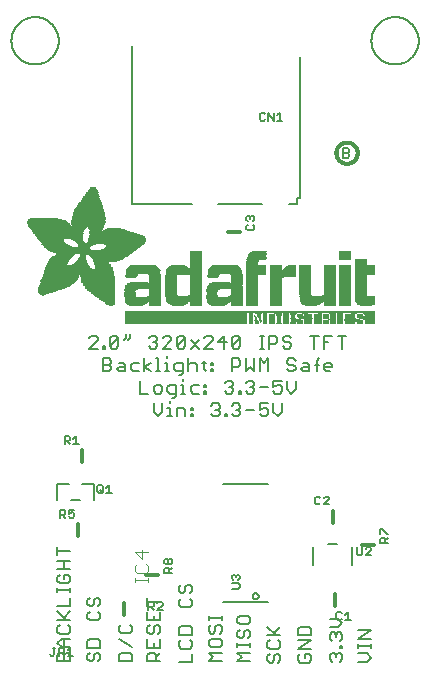
<source format=gbr>
G04 EAGLE Gerber RS-274X export*
G75*
%MOMM*%
%FSLAX34Y34*%
%LPD*%
%INSilkscreen Top*%
%IPPOS*%
%AMOC8*
5,1,8,0,0,1.08239X$1,22.5*%
G01*
%ADD10C,0.203200*%
%ADD11C,0.304800*%
%ADD12C,0.152400*%
%ADD13C,0.127000*%
%ADD14R,10.363200X0.025400*%
%ADD15R,0.406400X0.025400*%
%ADD16R,0.381000X0.025400*%
%ADD17R,0.457200X0.025400*%
%ADD18R,0.431800X0.025400*%
%ADD19R,0.635000X0.025400*%
%ADD20R,0.482600X0.025400*%
%ADD21R,0.889000X0.025400*%
%ADD22R,0.863600X0.025400*%
%ADD23R,0.508000X0.025400*%
%ADD24R,0.355600X0.025400*%
%ADD25R,0.025400X0.025400*%
%ADD26R,0.330200X0.025400*%
%ADD27R,0.050800X0.025400*%
%ADD28R,0.304800X0.025400*%
%ADD29R,0.076200X0.025400*%
%ADD30R,1.016000X0.025400*%
%ADD31R,1.524000X0.025400*%
%ADD32R,0.101600X0.025400*%
%ADD33R,0.279400X0.025400*%
%ADD34R,1.498600X0.025400*%
%ADD35R,0.254000X0.025400*%
%ADD36R,0.127000X0.025400*%
%ADD37R,0.965200X0.025400*%
%ADD38R,1.447800X0.025400*%
%ADD39R,0.228600X0.025400*%
%ADD40R,0.152400X0.025400*%
%ADD41R,0.812800X0.025400*%
%ADD42R,1.295400X0.025400*%
%ADD43R,0.533400X0.025400*%
%ADD44R,0.660400X0.025400*%
%ADD45R,0.609600X0.025400*%
%ADD46R,0.558800X0.025400*%
%ADD47R,0.203200X0.025400*%
%ADD48R,0.177800X0.025400*%
%ADD49R,0.914400X0.025400*%
%ADD50R,0.685800X0.025400*%
%ADD51R,0.939800X0.025400*%
%ADD52R,0.736600X0.025400*%
%ADD53R,0.990600X0.025400*%
%ADD54R,1.219200X0.025400*%
%ADD55R,1.117600X0.025400*%
%ADD56R,1.397000X0.025400*%
%ADD57R,1.244600X0.025400*%
%ADD58R,1.473200X0.025400*%
%ADD59R,0.584200X0.025400*%
%ADD60R,1.041400X0.025400*%
%ADD61R,21.209000X0.025400*%
%ADD62R,0.787400X0.025400*%
%ADD63R,1.193800X0.025400*%
%ADD64R,1.168400X0.025400*%
%ADD65R,1.092200X0.025400*%
%ADD66R,1.066800X0.025400*%
%ADD67R,1.143000X0.025400*%
%ADD68R,1.270000X0.025400*%
%ADD69R,1.320800X0.025400*%
%ADD70R,1.422400X0.025400*%
%ADD71R,1.549400X0.025400*%
%ADD72R,0.711200X0.025400*%
%ADD73R,1.625600X0.025400*%
%ADD74R,0.762000X0.025400*%
%ADD75R,1.701800X0.025400*%
%ADD76R,1.600200X0.025400*%
%ADD77R,1.727200X0.025400*%
%ADD78R,1.651000X0.025400*%
%ADD79R,0.838200X0.025400*%
%ADD80R,1.803400X0.025400*%
%ADD81R,1.574800X0.025400*%
%ADD82R,1.854200X0.025400*%
%ADD83R,1.778000X0.025400*%
%ADD84R,1.879600X0.025400*%
%ADD85R,1.930400X0.025400*%
%ADD86R,1.981200X0.025400*%
%ADD87R,1.905000X0.025400*%
%ADD88R,2.006600X0.025400*%
%ADD89R,3.048000X0.025400*%
%ADD90R,2.997200X0.025400*%
%ADD91R,2.057400X0.025400*%
%ADD92R,3.022600X0.025400*%
%ADD93R,2.032000X0.025400*%
%ADD94R,3.073400X0.025400*%
%ADD95R,1.676400X0.025400*%
%ADD96R,1.346200X0.025400*%
%ADD97R,3.098800X0.025400*%
%ADD98R,1.828800X0.025400*%
%ADD99R,2.082800X0.025400*%
%ADD100R,2.108200X0.025400*%
%ADD101R,2.159000X0.025400*%
%ADD102R,2.184400X0.025400*%
%ADD103R,2.235200X0.025400*%
%ADD104R,2.260600X0.025400*%
%ADD105R,2.311400X0.025400*%
%ADD106R,2.362200X0.025400*%
%ADD107R,2.387600X0.025400*%
%ADD108R,2.413000X0.025400*%
%ADD109R,2.438400X0.025400*%
%ADD110R,2.133600X0.025400*%
%ADD111R,2.463800X0.025400*%
%ADD112R,2.286000X0.025400*%
%ADD113R,2.514600X0.025400*%
%ADD114R,2.540000X0.025400*%
%ADD115R,2.565400X0.025400*%
%ADD116R,2.489200X0.025400*%
%ADD117R,2.590800X0.025400*%
%ADD118R,2.971800X0.025400*%
%ADD119R,2.616200X0.025400*%
%ADD120R,2.946400X0.025400*%
%ADD121R,2.641600X0.025400*%
%ADD122R,2.667000X0.025400*%
%ADD123R,2.921000X0.025400*%
%ADD124R,2.895600X0.025400*%
%ADD125R,2.717800X0.025400*%
%ADD126R,2.692400X0.025400*%
%ADD127R,2.870200X0.025400*%
%ADD128R,2.768600X0.025400*%
%ADD129R,2.743200X0.025400*%
%ADD130R,2.844800X0.025400*%
%ADD131R,2.794000X0.025400*%
%ADD132R,2.819400X0.025400*%
%ADD133R,1.371600X0.025400*%
%ADD134R,5.892800X0.025400*%
%ADD135R,5.867400X0.025400*%
%ADD136R,5.842000X0.025400*%
%ADD137R,5.816600X0.025400*%
%ADD138R,5.791200X0.025400*%
%ADD139R,4.114800X0.025400*%
%ADD140R,3.987800X0.025400*%
%ADD141R,1.955800X0.025400*%
%ADD142R,3.962400X0.025400*%
%ADD143R,3.911600X0.025400*%
%ADD144R,3.886200X0.025400*%
%ADD145R,3.835400X0.025400*%
%ADD146R,1.752600X0.025400*%
%ADD147R,3.810000X0.025400*%
%ADD148R,3.784600X0.025400*%
%ADD149R,3.733800X0.025400*%
%ADD150R,3.708400X0.025400*%
%ADD151R,3.683000X0.025400*%
%ADD152R,2.336800X0.025400*%
%ADD153R,3.657600X0.025400*%
%ADD154R,3.632200X0.025400*%
%ADD155R,3.149600X0.025400*%
%ADD156R,3.251200X0.025400*%
%ADD157R,3.276600X0.025400*%
%ADD158R,3.352800X0.025400*%
%ADD159R,3.454400X0.025400*%
%ADD160R,3.530600X0.025400*%
%ADD161R,4.241800X0.025400*%
%ADD162R,4.267200X0.025400*%
%ADD163R,4.318000X0.025400*%
%ADD164R,4.419600X0.025400*%
%ADD165R,6.400800X0.025400*%
%ADD166R,6.502400X0.025400*%
%ADD167R,6.680200X0.025400*%
%ADD168R,6.832600X0.025400*%
%ADD169R,6.858000X0.025400*%
%ADD170R,7.010400X0.025400*%
%ADD171R,7.112000X0.025400*%
%ADD172R,7.162800X0.025400*%
%ADD173R,3.860800X0.025400*%
%ADD174R,3.302000X0.025400*%
%ADD175R,2.209800X0.025400*%
%ADD176R,3.124200X0.025400*%
%ADD177R,3.200400X0.025400*%
%ADD178R,5.029200X0.025400*%
%ADD179R,5.003800X0.025400*%
%ADD180R,4.978400X0.025400*%
%ADD181R,4.953000X0.025400*%
%ADD182R,4.927600X0.025400*%
%ADD183R,4.902200X0.025400*%
%ADD184R,4.876800X0.025400*%
%ADD185R,4.851400X0.025400*%
%ADD186R,4.826000X0.025400*%
%ADD187R,4.800600X0.025400*%
%ADD188R,4.775200X0.025400*%
%ADD189R,4.749800X0.025400*%
%ADD190R,4.724400X0.025400*%
%ADD191R,4.699000X0.025400*%
%ADD192R,3.937000X0.025400*%
%ADD193R,4.648200X0.025400*%
%ADD194R,4.597400X0.025400*%
%ADD195R,4.546600X0.025400*%
%ADD196R,4.470400X0.025400*%
%ADD197R,4.013200X0.025400*%
%ADD198R,4.394200X0.025400*%
%ADD199R,4.038600X0.025400*%
%ADD200R,4.064000X0.025400*%
%ADD201R,4.089400X0.025400*%
%ADD202R,4.140200X0.025400*%
%ADD203R,4.165600X0.025400*%
%ADD204R,4.191000X0.025400*%
%ADD205R,3.759200X0.025400*%
%ADD206R,4.216400X0.025400*%
%ADD207R,3.606800X0.025400*%
%ADD208R,4.292600X0.025400*%
%ADD209R,4.368800X0.025400*%
%ADD210R,4.445000X0.025400*%
%ADD211R,4.495800X0.025400*%
%ADD212R,4.572000X0.025400*%
%ADD213R,4.622800X0.025400*%
%ADD214R,4.673600X0.025400*%
%ADD215R,3.581400X0.025400*%
%ADD216R,3.556000X0.025400*%
%ADD217R,3.479800X0.025400*%
%ADD218R,3.403600X0.025400*%
%ADD219R,3.378200X0.025400*%
%ADD220R,3.225800X0.025400*%
%ADD221C,0.101600*%


D10*
X250036Y45723D02*
X248257Y43944D01*
X248257Y40385D01*
X250036Y38605D01*
X257155Y38605D01*
X258934Y40385D01*
X258934Y43944D01*
X257155Y45723D01*
X253595Y45723D01*
X253595Y42164D01*
X248257Y50299D02*
X258934Y50299D01*
X258934Y57417D02*
X248257Y50299D01*
X248257Y57417D02*
X258934Y57417D01*
X258934Y61993D02*
X248257Y61993D01*
X258934Y61993D02*
X258934Y67332D01*
X257155Y69111D01*
X250036Y69111D01*
X248257Y67332D01*
X248257Y61993D01*
X299057Y39284D02*
X306175Y39284D01*
X309734Y42843D01*
X306175Y46402D01*
X299057Y46402D01*
X309734Y50978D02*
X309734Y54537D01*
X309734Y52758D02*
X299057Y52758D01*
X299057Y54537D02*
X299057Y50978D01*
X299057Y58774D02*
X309734Y58774D01*
X309734Y65892D02*
X299057Y58774D01*
X299057Y65892D02*
X309734Y65892D01*
X131264Y39611D02*
X120587Y39611D01*
X120587Y44950D01*
X122366Y46729D01*
X125925Y46729D01*
X127705Y44950D01*
X127705Y39611D01*
X127705Y43170D02*
X131264Y46729D01*
X120587Y51305D02*
X120587Y58423D01*
X120587Y51305D02*
X131264Y51305D01*
X131264Y58423D01*
X125925Y54864D02*
X125925Y51305D01*
X120587Y68338D02*
X122366Y70117D01*
X120587Y68338D02*
X120587Y64778D01*
X122366Y62999D01*
X124146Y62999D01*
X125925Y64778D01*
X125925Y68338D01*
X127705Y70117D01*
X129485Y70117D01*
X131264Y68338D01*
X131264Y64778D01*
X129485Y62999D01*
X120587Y74693D02*
X120587Y81811D01*
X120587Y74693D02*
X131264Y74693D01*
X131264Y81811D01*
X125925Y78252D02*
X125925Y74693D01*
X131264Y89946D02*
X120587Y89946D01*
X120587Y86387D02*
X120587Y93505D01*
X71566Y46729D02*
X69787Y44950D01*
X69787Y41391D01*
X71566Y39611D01*
X73346Y39611D01*
X75125Y41391D01*
X75125Y44950D01*
X76905Y46729D01*
X78685Y46729D01*
X80464Y44950D01*
X80464Y41391D01*
X78685Y39611D01*
X80464Y51305D02*
X69787Y51305D01*
X80464Y51305D02*
X80464Y56644D01*
X78685Y58423D01*
X71566Y58423D01*
X69787Y56644D01*
X69787Y51305D01*
X69787Y80032D02*
X71566Y81811D01*
X69787Y80032D02*
X69787Y76472D01*
X71566Y74693D01*
X78685Y74693D01*
X80464Y76472D01*
X80464Y80032D01*
X78685Y81811D01*
X69787Y91725D02*
X71566Y93505D01*
X69787Y91725D02*
X69787Y88166D01*
X71566Y86387D01*
X73346Y86387D01*
X75125Y88166D01*
X75125Y91725D01*
X76905Y93505D01*
X78685Y93505D01*
X80464Y91725D01*
X80464Y88166D01*
X78685Y86387D01*
X147257Y38844D02*
X157934Y38844D01*
X157934Y45962D01*
X147257Y55877D02*
X149036Y57656D01*
X147257Y55877D02*
X147257Y52318D01*
X149036Y50538D01*
X156155Y50538D01*
X157934Y52318D01*
X157934Y55877D01*
X156155Y57656D01*
X157934Y62232D02*
X147257Y62232D01*
X157934Y62232D02*
X157934Y67571D01*
X156155Y69350D01*
X149036Y69350D01*
X147257Y67571D01*
X147257Y62232D01*
X147257Y90958D02*
X149036Y92738D01*
X147257Y90958D02*
X147257Y87399D01*
X149036Y85620D01*
X156155Y85620D01*
X157934Y87399D01*
X157934Y90958D01*
X156155Y92738D01*
X147257Y102652D02*
X149036Y104432D01*
X147257Y102652D02*
X147257Y99093D01*
X149036Y97314D01*
X150816Y97314D01*
X152595Y99093D01*
X152595Y102652D01*
X154375Y104432D01*
X156155Y104432D01*
X157934Y102652D01*
X157934Y99093D01*
X156155Y97314D01*
X172657Y39787D02*
X183334Y39787D01*
X176216Y43346D02*
X172657Y39787D01*
X176216Y43346D02*
X172657Y46905D01*
X183334Y46905D01*
X172657Y53261D02*
X172657Y56820D01*
X172657Y53261D02*
X174436Y51481D01*
X181555Y51481D01*
X183334Y53261D01*
X183334Y56820D01*
X181555Y58599D01*
X174436Y58599D01*
X172657Y56820D01*
X172657Y68514D02*
X174436Y70293D01*
X172657Y68514D02*
X172657Y64954D01*
X174436Y63175D01*
X176216Y63175D01*
X177995Y64954D01*
X177995Y68514D01*
X179775Y70293D01*
X181555Y70293D01*
X183334Y68514D01*
X183334Y64954D01*
X181555Y63175D01*
X183334Y74869D02*
X183334Y78428D01*
X183334Y76648D02*
X172657Y76648D01*
X172657Y74869D02*
X172657Y78428D01*
X222187Y43944D02*
X223966Y45723D01*
X222187Y43944D02*
X222187Y40385D01*
X223966Y38605D01*
X225746Y38605D01*
X227525Y40385D01*
X227525Y43944D01*
X229305Y45723D01*
X231085Y45723D01*
X232864Y43944D01*
X232864Y40385D01*
X231085Y38605D01*
X222187Y55638D02*
X223966Y57417D01*
X222187Y55638D02*
X222187Y52079D01*
X223966Y50299D01*
X231085Y50299D01*
X232864Y52079D01*
X232864Y55638D01*
X231085Y57417D01*
X232864Y61993D02*
X222187Y61993D01*
X229305Y61993D02*
X222187Y69111D01*
X227525Y63772D02*
X232864Y69111D01*
X207464Y39787D02*
X196787Y39787D01*
X200346Y43346D01*
X196787Y46905D01*
X207464Y46905D01*
X207464Y51481D02*
X207464Y55040D01*
X207464Y53261D02*
X196787Y53261D01*
X196787Y55040D02*
X196787Y51481D01*
X196787Y64616D02*
X198566Y66395D01*
X196787Y64616D02*
X196787Y61056D01*
X198566Y59277D01*
X200346Y59277D01*
X202125Y61056D01*
X202125Y64616D01*
X203905Y66395D01*
X205685Y66395D01*
X207464Y64616D01*
X207464Y61056D01*
X205685Y59277D01*
X196787Y72750D02*
X196787Y76310D01*
X196787Y72750D02*
X198566Y70971D01*
X205685Y70971D01*
X207464Y72750D01*
X207464Y76310D01*
X205685Y78089D01*
X198566Y78089D01*
X196787Y76310D01*
X55064Y39762D02*
X44387Y39762D01*
X44387Y45101D01*
X46166Y46880D01*
X47946Y46880D01*
X49725Y45101D01*
X51505Y46880D01*
X53285Y46880D01*
X55064Y45101D01*
X55064Y39762D01*
X49725Y39762D02*
X49725Y45101D01*
X47946Y51456D02*
X55064Y51456D01*
X47946Y51456D02*
X44387Y55015D01*
X47946Y58574D01*
X55064Y58574D01*
X49725Y58574D02*
X49725Y51456D01*
X44387Y68489D02*
X46166Y70268D01*
X44387Y68489D02*
X44387Y64929D01*
X46166Y63150D01*
X53285Y63150D01*
X55064Y64929D01*
X55064Y68489D01*
X53285Y70268D01*
X55064Y74844D02*
X44387Y74844D01*
X51505Y74844D02*
X44387Y81962D01*
X49725Y76623D02*
X55064Y81962D01*
X55064Y86538D02*
X44387Y86538D01*
X55064Y86538D02*
X55064Y93656D01*
X55064Y98232D02*
X55064Y101791D01*
X55064Y100011D02*
X44387Y100011D01*
X44387Y98232D02*
X44387Y101791D01*
X44387Y111366D02*
X46166Y113146D01*
X44387Y111366D02*
X44387Y107807D01*
X46166Y106028D01*
X53285Y106028D01*
X55064Y107807D01*
X55064Y111366D01*
X53285Y113146D01*
X49725Y113146D01*
X49725Y109587D01*
X44387Y117722D02*
X55064Y117722D01*
X49725Y117722D02*
X49725Y124840D01*
X44387Y124840D02*
X55064Y124840D01*
X55064Y132975D02*
X44387Y132975D01*
X44387Y129416D02*
X44387Y136534D01*
X71243Y304511D02*
X78361Y304511D01*
X71243Y304511D02*
X78361Y311629D01*
X78361Y313409D01*
X76582Y315188D01*
X73023Y315188D01*
X71243Y313409D01*
X82937Y306291D02*
X82937Y304511D01*
X82937Y306291D02*
X84717Y306291D01*
X84717Y304511D01*
X82937Y304511D01*
X88784Y306291D02*
X88784Y313409D01*
X90564Y315188D01*
X94123Y315188D01*
X95902Y313409D01*
X95902Y306291D01*
X94123Y304511D01*
X90564Y304511D01*
X88784Y306291D01*
X95902Y313409D01*
X102257Y313409D02*
X102257Y316968D01*
X102257Y313409D02*
X100478Y311629D01*
X105817Y313409D02*
X105817Y316968D01*
X105817Y313409D02*
X104037Y311629D01*
X121917Y313409D02*
X123696Y315188D01*
X127255Y315188D01*
X129035Y313409D01*
X129035Y311629D01*
X127255Y309850D01*
X125476Y309850D01*
X127255Y309850D02*
X129035Y308070D01*
X129035Y306291D01*
X127255Y304511D01*
X123696Y304511D01*
X121917Y306291D01*
X133611Y304511D02*
X140729Y304511D01*
X133611Y304511D02*
X140729Y311629D01*
X140729Y313409D01*
X138949Y315188D01*
X135390Y315188D01*
X133611Y313409D01*
X145305Y313409D02*
X145305Y306291D01*
X145305Y313409D02*
X147084Y315188D01*
X150643Y315188D01*
X152423Y313409D01*
X152423Y306291D01*
X150643Y304511D01*
X147084Y304511D01*
X145305Y306291D01*
X152423Y313409D01*
X156999Y311629D02*
X164117Y304511D01*
X156999Y304511D02*
X164117Y311629D01*
X168693Y304511D02*
X175811Y304511D01*
X168693Y304511D02*
X175811Y311629D01*
X175811Y313409D01*
X174031Y315188D01*
X170472Y315188D01*
X168693Y313409D01*
X185725Y315188D02*
X185725Y304511D01*
X180387Y309850D02*
X185725Y315188D01*
X187505Y309850D02*
X180387Y309850D01*
X192081Y306291D02*
X192081Y313409D01*
X193860Y315188D01*
X197419Y315188D01*
X199199Y313409D01*
X199199Y306291D01*
X197419Y304511D01*
X193860Y304511D01*
X192081Y306291D01*
X199199Y313409D01*
X215469Y304511D02*
X219028Y304511D01*
X217248Y304511D02*
X217248Y315188D01*
X215469Y315188D02*
X219028Y315188D01*
X223265Y315188D02*
X223265Y304511D01*
X223265Y315188D02*
X228603Y315188D01*
X230383Y313409D01*
X230383Y309850D01*
X228603Y308070D01*
X223265Y308070D01*
X240297Y315188D02*
X242077Y313409D01*
X240297Y315188D02*
X236738Y315188D01*
X234959Y313409D01*
X234959Y311629D01*
X236738Y309850D01*
X240297Y309850D01*
X242077Y308070D01*
X242077Y306291D01*
X240297Y304511D01*
X236738Y304511D01*
X234959Y306291D01*
X261906Y304511D02*
X261906Y315188D01*
X258347Y315188D02*
X265465Y315188D01*
X270041Y315188D02*
X270041Y304511D01*
X270041Y315188D02*
X277159Y315188D01*
X273600Y309850D02*
X270041Y309850D01*
X285294Y304511D02*
X285294Y315188D01*
X288853Y315188D02*
X281734Y315188D01*
X82937Y296138D02*
X82937Y285461D01*
X82937Y296138D02*
X88276Y296138D01*
X90055Y294359D01*
X90055Y292579D01*
X88276Y290800D01*
X90055Y289020D01*
X90055Y287241D01*
X88276Y285461D01*
X82937Y285461D01*
X82937Y290800D02*
X88276Y290800D01*
X96411Y292579D02*
X99970Y292579D01*
X101749Y290800D01*
X101749Y285461D01*
X96411Y285461D01*
X94631Y287241D01*
X96411Y289020D01*
X101749Y289020D01*
X108104Y292579D02*
X113443Y292579D01*
X108104Y292579D02*
X106325Y290800D01*
X106325Y287241D01*
X108104Y285461D01*
X113443Y285461D01*
X118019Y285461D02*
X118019Y296138D01*
X118019Y289020D02*
X123358Y285461D01*
X118019Y289020D02*
X123358Y292579D01*
X127764Y296138D02*
X129543Y296138D01*
X129543Y285461D01*
X127764Y285461D02*
X131323Y285461D01*
X135560Y292579D02*
X137339Y292579D01*
X137339Y285461D01*
X135560Y285461D02*
X139119Y285461D01*
X137339Y296138D02*
X137339Y297918D01*
X146915Y281902D02*
X148694Y281902D01*
X150474Y283682D01*
X150474Y292579D01*
X145135Y292579D01*
X143356Y290800D01*
X143356Y287241D01*
X145135Y285461D01*
X150474Y285461D01*
X155050Y285461D02*
X155050Y296138D01*
X156829Y292579D02*
X155050Y290800D01*
X156829Y292579D02*
X160388Y292579D01*
X162168Y290800D01*
X162168Y285461D01*
X168523Y287241D02*
X168523Y294359D01*
X168523Y287241D02*
X170303Y285461D01*
X170303Y292579D02*
X166744Y292579D01*
X174540Y292579D02*
X176319Y292579D01*
X176319Y290800D01*
X174540Y290800D01*
X174540Y292579D01*
X174540Y287241D02*
X176319Y287241D01*
X176319Y285461D01*
X174540Y285461D01*
X174540Y287241D01*
X192081Y285461D02*
X192081Y296138D01*
X197419Y296138D01*
X199199Y294359D01*
X199199Y290800D01*
X197419Y289020D01*
X192081Y289020D01*
X203775Y285461D02*
X203775Y296138D01*
X207334Y289020D02*
X203775Y285461D01*
X207334Y289020D02*
X210893Y285461D01*
X210893Y296138D01*
X215469Y296138D02*
X215469Y285461D01*
X219028Y292579D02*
X215469Y296138D01*
X219028Y292579D02*
X222587Y296138D01*
X222587Y285461D01*
X244195Y296138D02*
X245975Y294359D01*
X244195Y296138D02*
X240636Y296138D01*
X238857Y294359D01*
X238857Y292579D01*
X240636Y290800D01*
X244195Y290800D01*
X245975Y289020D01*
X245975Y287241D01*
X244195Y285461D01*
X240636Y285461D01*
X238857Y287241D01*
X252330Y292579D02*
X255889Y292579D01*
X257669Y290800D01*
X257669Y285461D01*
X252330Y285461D01*
X250551Y287241D01*
X252330Y289020D01*
X257669Y289020D01*
X264024Y285461D02*
X264024Y294359D01*
X265804Y296138D01*
X265804Y290800D02*
X262245Y290800D01*
X271820Y285461D02*
X275379Y285461D01*
X271820Y285461D02*
X270040Y287241D01*
X270040Y290800D01*
X271820Y292579D01*
X275379Y292579D01*
X277159Y290800D01*
X277159Y289020D01*
X270040Y289020D01*
X114121Y277088D02*
X114121Y266411D01*
X121239Y266411D01*
X127595Y266411D02*
X131154Y266411D01*
X132933Y268191D01*
X132933Y271750D01*
X131154Y273529D01*
X127595Y273529D01*
X125815Y271750D01*
X125815Y268191D01*
X127595Y266411D01*
X141068Y262852D02*
X142848Y262852D01*
X144627Y264632D01*
X144627Y273529D01*
X139288Y273529D01*
X137509Y271750D01*
X137509Y268191D01*
X139288Y266411D01*
X144627Y266411D01*
X149203Y273529D02*
X150982Y273529D01*
X150982Y266411D01*
X149203Y266411D02*
X152762Y266411D01*
X150982Y277088D02*
X150982Y278868D01*
X158778Y273529D02*
X164117Y273529D01*
X158778Y273529D02*
X156999Y271750D01*
X156999Y268191D01*
X158778Y266411D01*
X164117Y266411D01*
X168693Y273529D02*
X170472Y273529D01*
X170472Y271750D01*
X168693Y271750D01*
X168693Y273529D01*
X168693Y268191D02*
X170472Y268191D01*
X170472Y266411D01*
X168693Y266411D01*
X168693Y268191D01*
X186234Y275309D02*
X188013Y277088D01*
X191572Y277088D01*
X193352Y275309D01*
X193352Y273529D01*
X191572Y271750D01*
X189793Y271750D01*
X191572Y271750D02*
X193352Y269970D01*
X193352Y268191D01*
X191572Y266411D01*
X188013Y266411D01*
X186234Y268191D01*
X197928Y268191D02*
X197928Y266411D01*
X197928Y268191D02*
X199707Y268191D01*
X199707Y266411D01*
X197928Y266411D01*
X203775Y275309D02*
X205554Y277088D01*
X209113Y277088D01*
X210893Y275309D01*
X210893Y273529D01*
X209113Y271750D01*
X207334Y271750D01*
X209113Y271750D02*
X210893Y269970D01*
X210893Y268191D01*
X209113Y266411D01*
X205554Y266411D01*
X203775Y268191D01*
X215469Y271750D02*
X222587Y271750D01*
X227163Y277088D02*
X234281Y277088D01*
X227163Y277088D02*
X227163Y271750D01*
X230722Y273529D01*
X232501Y273529D01*
X234281Y271750D01*
X234281Y268191D01*
X232501Y266411D01*
X228942Y266411D01*
X227163Y268191D01*
X238857Y269970D02*
X238857Y277088D01*
X238857Y269970D02*
X242416Y266411D01*
X245975Y269970D01*
X245975Y277088D01*
X125815Y258038D02*
X125815Y250920D01*
X129374Y247361D01*
X132933Y250920D01*
X132933Y258038D01*
X137509Y254479D02*
X139289Y254479D01*
X139289Y247361D01*
X141068Y247361D02*
X137509Y247361D01*
X139289Y258038D02*
X139289Y259818D01*
X145305Y254479D02*
X145305Y247361D01*
X145305Y254479D02*
X150644Y254479D01*
X152423Y252700D01*
X152423Y247361D01*
X156999Y254479D02*
X158778Y254479D01*
X158778Y252700D01*
X156999Y252700D01*
X156999Y254479D01*
X156999Y249141D02*
X158778Y249141D01*
X158778Y247361D01*
X156999Y247361D01*
X156999Y249141D01*
X174540Y256259D02*
X176319Y258038D01*
X179878Y258038D01*
X181658Y256259D01*
X181658Y254479D01*
X179878Y252700D01*
X178099Y252700D01*
X179878Y252700D02*
X181658Y250920D01*
X181658Y249141D01*
X179878Y247361D01*
X176319Y247361D01*
X174540Y249141D01*
X186234Y249141D02*
X186234Y247361D01*
X186234Y249141D02*
X188013Y249141D01*
X188013Y247361D01*
X186234Y247361D01*
X192081Y256259D02*
X193860Y258038D01*
X197419Y258038D01*
X199199Y256259D01*
X199199Y254479D01*
X197419Y252700D01*
X195640Y252700D01*
X197419Y252700D02*
X199199Y250920D01*
X199199Y249141D01*
X197419Y247361D01*
X193860Y247361D01*
X192081Y249141D01*
X203775Y252700D02*
X210893Y252700D01*
X215469Y258038D02*
X222587Y258038D01*
X215469Y258038D02*
X215469Y252700D01*
X219028Y254479D01*
X220807Y254479D01*
X222587Y252700D01*
X222587Y249141D01*
X220807Y247361D01*
X217248Y247361D01*
X215469Y249141D01*
X227163Y250920D02*
X227163Y258038D01*
X227163Y250920D02*
X230722Y247361D01*
X234281Y250920D01*
X234281Y258038D01*
X107134Y39875D02*
X96457Y39875D01*
X107134Y39875D02*
X107134Y45214D01*
X105355Y46993D01*
X98236Y46993D01*
X96457Y45214D01*
X96457Y39875D01*
X107134Y51569D02*
X96457Y58687D01*
X96457Y68602D02*
X98236Y70381D01*
X96457Y68602D02*
X96457Y65042D01*
X98236Y63263D01*
X105355Y63263D01*
X107134Y65042D01*
X107134Y68602D01*
X105355Y70381D01*
X274927Y41271D02*
X276706Y39492D01*
X274927Y41271D02*
X274927Y44830D01*
X276706Y46610D01*
X278486Y46610D01*
X280265Y44830D01*
X280265Y43051D01*
X280265Y44830D02*
X282045Y46610D01*
X283825Y46610D01*
X285604Y44830D01*
X285604Y41271D01*
X283825Y39492D01*
X283825Y51186D02*
X285604Y51186D01*
X283825Y51186D02*
X283825Y52965D01*
X285604Y52965D01*
X285604Y51186D01*
X276706Y57032D02*
X274927Y58812D01*
X274927Y62371D01*
X276706Y64151D01*
X278486Y64151D01*
X280265Y62371D01*
X280265Y60592D01*
X280265Y62371D02*
X282045Y64151D01*
X283825Y64151D01*
X285604Y62371D01*
X285604Y58812D01*
X283825Y57032D01*
X282045Y68726D02*
X274927Y68726D01*
X282045Y68726D02*
X285604Y72285D01*
X282045Y75845D01*
X274927Y75845D01*
X310200Y565150D02*
X310206Y565641D01*
X310224Y566131D01*
X310254Y566621D01*
X310296Y567110D01*
X310350Y567598D01*
X310416Y568085D01*
X310494Y568569D01*
X310584Y569052D01*
X310686Y569532D01*
X310799Y570010D01*
X310924Y570484D01*
X311061Y570956D01*
X311209Y571424D01*
X311369Y571888D01*
X311540Y572348D01*
X311722Y572804D01*
X311916Y573255D01*
X312120Y573701D01*
X312336Y574142D01*
X312562Y574578D01*
X312798Y575008D01*
X313045Y575432D01*
X313303Y575850D01*
X313571Y576261D01*
X313848Y576666D01*
X314136Y577064D01*
X314433Y577455D01*
X314740Y577838D01*
X315056Y578213D01*
X315381Y578581D01*
X315715Y578941D01*
X316058Y579292D01*
X316409Y579635D01*
X316769Y579969D01*
X317137Y580294D01*
X317512Y580610D01*
X317895Y580917D01*
X318286Y581214D01*
X318684Y581502D01*
X319089Y581779D01*
X319500Y582047D01*
X319918Y582305D01*
X320342Y582552D01*
X320772Y582788D01*
X321208Y583014D01*
X321649Y583230D01*
X322095Y583434D01*
X322546Y583628D01*
X323002Y583810D01*
X323462Y583981D01*
X323926Y584141D01*
X324394Y584289D01*
X324866Y584426D01*
X325340Y584551D01*
X325818Y584664D01*
X326298Y584766D01*
X326781Y584856D01*
X327265Y584934D01*
X327752Y585000D01*
X328240Y585054D01*
X328729Y585096D01*
X329219Y585126D01*
X329709Y585144D01*
X330200Y585150D01*
X330691Y585144D01*
X331181Y585126D01*
X331671Y585096D01*
X332160Y585054D01*
X332648Y585000D01*
X333135Y584934D01*
X333619Y584856D01*
X334102Y584766D01*
X334582Y584664D01*
X335060Y584551D01*
X335534Y584426D01*
X336006Y584289D01*
X336474Y584141D01*
X336938Y583981D01*
X337398Y583810D01*
X337854Y583628D01*
X338305Y583434D01*
X338751Y583230D01*
X339192Y583014D01*
X339628Y582788D01*
X340058Y582552D01*
X340482Y582305D01*
X340900Y582047D01*
X341311Y581779D01*
X341716Y581502D01*
X342114Y581214D01*
X342505Y580917D01*
X342888Y580610D01*
X343263Y580294D01*
X343631Y579969D01*
X343991Y579635D01*
X344342Y579292D01*
X344685Y578941D01*
X345019Y578581D01*
X345344Y578213D01*
X345660Y577838D01*
X345967Y577455D01*
X346264Y577064D01*
X346552Y576666D01*
X346829Y576261D01*
X347097Y575850D01*
X347355Y575432D01*
X347602Y575008D01*
X347838Y574578D01*
X348064Y574142D01*
X348280Y573701D01*
X348484Y573255D01*
X348678Y572804D01*
X348860Y572348D01*
X349031Y571888D01*
X349191Y571424D01*
X349339Y570956D01*
X349476Y570484D01*
X349601Y570010D01*
X349714Y569532D01*
X349816Y569052D01*
X349906Y568569D01*
X349984Y568085D01*
X350050Y567598D01*
X350104Y567110D01*
X350146Y566621D01*
X350176Y566131D01*
X350194Y565641D01*
X350200Y565150D01*
X350194Y564659D01*
X350176Y564169D01*
X350146Y563679D01*
X350104Y563190D01*
X350050Y562702D01*
X349984Y562215D01*
X349906Y561731D01*
X349816Y561248D01*
X349714Y560768D01*
X349601Y560290D01*
X349476Y559816D01*
X349339Y559344D01*
X349191Y558876D01*
X349031Y558412D01*
X348860Y557952D01*
X348678Y557496D01*
X348484Y557045D01*
X348280Y556599D01*
X348064Y556158D01*
X347838Y555722D01*
X347602Y555292D01*
X347355Y554868D01*
X347097Y554450D01*
X346829Y554039D01*
X346552Y553634D01*
X346264Y553236D01*
X345967Y552845D01*
X345660Y552462D01*
X345344Y552087D01*
X345019Y551719D01*
X344685Y551359D01*
X344342Y551008D01*
X343991Y550665D01*
X343631Y550331D01*
X343263Y550006D01*
X342888Y549690D01*
X342505Y549383D01*
X342114Y549086D01*
X341716Y548798D01*
X341311Y548521D01*
X340900Y548253D01*
X340482Y547995D01*
X340058Y547748D01*
X339628Y547512D01*
X339192Y547286D01*
X338751Y547070D01*
X338305Y546866D01*
X337854Y546672D01*
X337398Y546490D01*
X336938Y546319D01*
X336474Y546159D01*
X336006Y546011D01*
X335534Y545874D01*
X335060Y545749D01*
X334582Y545636D01*
X334102Y545534D01*
X333619Y545444D01*
X333135Y545366D01*
X332648Y545300D01*
X332160Y545246D01*
X331671Y545204D01*
X331181Y545174D01*
X330691Y545156D01*
X330200Y545150D01*
X329709Y545156D01*
X329219Y545174D01*
X328729Y545204D01*
X328240Y545246D01*
X327752Y545300D01*
X327265Y545366D01*
X326781Y545444D01*
X326298Y545534D01*
X325818Y545636D01*
X325340Y545749D01*
X324866Y545874D01*
X324394Y546011D01*
X323926Y546159D01*
X323462Y546319D01*
X323002Y546490D01*
X322546Y546672D01*
X322095Y546866D01*
X321649Y547070D01*
X321208Y547286D01*
X320772Y547512D01*
X320342Y547748D01*
X319918Y547995D01*
X319500Y548253D01*
X319089Y548521D01*
X318684Y548798D01*
X318286Y549086D01*
X317895Y549383D01*
X317512Y549690D01*
X317137Y550006D01*
X316769Y550331D01*
X316409Y550665D01*
X316058Y551008D01*
X315715Y551359D01*
X315381Y551719D01*
X315056Y552087D01*
X314740Y552462D01*
X314433Y552845D01*
X314136Y553236D01*
X313848Y553634D01*
X313571Y554039D01*
X313303Y554450D01*
X313045Y554868D01*
X312798Y555292D01*
X312562Y555722D01*
X312336Y556158D01*
X312120Y556599D01*
X311916Y557045D01*
X311722Y557496D01*
X311540Y557952D01*
X311369Y558412D01*
X311209Y558876D01*
X311061Y559344D01*
X310924Y559816D01*
X310799Y560290D01*
X310686Y560768D01*
X310584Y561248D01*
X310494Y561731D01*
X310416Y562215D01*
X310350Y562702D01*
X310296Y563190D01*
X310254Y563679D01*
X310224Y564169D01*
X310206Y564659D01*
X310200Y565150D01*
X5400Y565150D02*
X5406Y565641D01*
X5424Y566131D01*
X5454Y566621D01*
X5496Y567110D01*
X5550Y567598D01*
X5616Y568085D01*
X5694Y568569D01*
X5784Y569052D01*
X5886Y569532D01*
X5999Y570010D01*
X6124Y570484D01*
X6261Y570956D01*
X6409Y571424D01*
X6569Y571888D01*
X6740Y572348D01*
X6922Y572804D01*
X7116Y573255D01*
X7320Y573701D01*
X7536Y574142D01*
X7762Y574578D01*
X7998Y575008D01*
X8245Y575432D01*
X8503Y575850D01*
X8771Y576261D01*
X9048Y576666D01*
X9336Y577064D01*
X9633Y577455D01*
X9940Y577838D01*
X10256Y578213D01*
X10581Y578581D01*
X10915Y578941D01*
X11258Y579292D01*
X11609Y579635D01*
X11969Y579969D01*
X12337Y580294D01*
X12712Y580610D01*
X13095Y580917D01*
X13486Y581214D01*
X13884Y581502D01*
X14289Y581779D01*
X14700Y582047D01*
X15118Y582305D01*
X15542Y582552D01*
X15972Y582788D01*
X16408Y583014D01*
X16849Y583230D01*
X17295Y583434D01*
X17746Y583628D01*
X18202Y583810D01*
X18662Y583981D01*
X19126Y584141D01*
X19594Y584289D01*
X20066Y584426D01*
X20540Y584551D01*
X21018Y584664D01*
X21498Y584766D01*
X21981Y584856D01*
X22465Y584934D01*
X22952Y585000D01*
X23440Y585054D01*
X23929Y585096D01*
X24419Y585126D01*
X24909Y585144D01*
X25400Y585150D01*
X25891Y585144D01*
X26381Y585126D01*
X26871Y585096D01*
X27360Y585054D01*
X27848Y585000D01*
X28335Y584934D01*
X28819Y584856D01*
X29302Y584766D01*
X29782Y584664D01*
X30260Y584551D01*
X30734Y584426D01*
X31206Y584289D01*
X31674Y584141D01*
X32138Y583981D01*
X32598Y583810D01*
X33054Y583628D01*
X33505Y583434D01*
X33951Y583230D01*
X34392Y583014D01*
X34828Y582788D01*
X35258Y582552D01*
X35682Y582305D01*
X36100Y582047D01*
X36511Y581779D01*
X36916Y581502D01*
X37314Y581214D01*
X37705Y580917D01*
X38088Y580610D01*
X38463Y580294D01*
X38831Y579969D01*
X39191Y579635D01*
X39542Y579292D01*
X39885Y578941D01*
X40219Y578581D01*
X40544Y578213D01*
X40860Y577838D01*
X41167Y577455D01*
X41464Y577064D01*
X41752Y576666D01*
X42029Y576261D01*
X42297Y575850D01*
X42555Y575432D01*
X42802Y575008D01*
X43038Y574578D01*
X43264Y574142D01*
X43480Y573701D01*
X43684Y573255D01*
X43878Y572804D01*
X44060Y572348D01*
X44231Y571888D01*
X44391Y571424D01*
X44539Y570956D01*
X44676Y570484D01*
X44801Y570010D01*
X44914Y569532D01*
X45016Y569052D01*
X45106Y568569D01*
X45184Y568085D01*
X45250Y567598D01*
X45304Y567110D01*
X45346Y566621D01*
X45376Y566131D01*
X45394Y565641D01*
X45400Y565150D01*
X45394Y564659D01*
X45376Y564169D01*
X45346Y563679D01*
X45304Y563190D01*
X45250Y562702D01*
X45184Y562215D01*
X45106Y561731D01*
X45016Y561248D01*
X44914Y560768D01*
X44801Y560290D01*
X44676Y559816D01*
X44539Y559344D01*
X44391Y558876D01*
X44231Y558412D01*
X44060Y557952D01*
X43878Y557496D01*
X43684Y557045D01*
X43480Y556599D01*
X43264Y556158D01*
X43038Y555722D01*
X42802Y555292D01*
X42555Y554868D01*
X42297Y554450D01*
X42029Y554039D01*
X41752Y553634D01*
X41464Y553236D01*
X41167Y552845D01*
X40860Y552462D01*
X40544Y552087D01*
X40219Y551719D01*
X39885Y551359D01*
X39542Y551008D01*
X39191Y550665D01*
X38831Y550331D01*
X38463Y550006D01*
X38088Y549690D01*
X37705Y549383D01*
X37314Y549086D01*
X36916Y548798D01*
X36511Y548521D01*
X36100Y548253D01*
X35682Y547995D01*
X35258Y547748D01*
X34828Y547512D01*
X34392Y547286D01*
X33951Y547070D01*
X33505Y546866D01*
X33054Y546672D01*
X32598Y546490D01*
X32138Y546319D01*
X31674Y546159D01*
X31206Y546011D01*
X30734Y545874D01*
X30260Y545749D01*
X29782Y545636D01*
X29302Y545534D01*
X28819Y545444D01*
X28335Y545366D01*
X27848Y545300D01*
X27360Y545246D01*
X26871Y545204D01*
X26381Y545174D01*
X25891Y545156D01*
X25400Y545150D01*
X24909Y545156D01*
X24419Y545174D01*
X23929Y545204D01*
X23440Y545246D01*
X22952Y545300D01*
X22465Y545366D01*
X21981Y545444D01*
X21498Y545534D01*
X21018Y545636D01*
X20540Y545749D01*
X20066Y545874D01*
X19594Y546011D01*
X19126Y546159D01*
X18662Y546319D01*
X18202Y546490D01*
X17746Y546672D01*
X17295Y546866D01*
X16849Y547070D01*
X16408Y547286D01*
X15972Y547512D01*
X15542Y547748D01*
X15118Y547995D01*
X14700Y548253D01*
X14289Y548521D01*
X13884Y548798D01*
X13486Y549086D01*
X13095Y549383D01*
X12712Y549690D01*
X12337Y550006D01*
X11969Y550331D01*
X11609Y550665D01*
X11258Y551008D01*
X10915Y551359D01*
X10581Y551719D01*
X10256Y552087D01*
X9940Y552462D01*
X9633Y552845D01*
X9336Y553236D01*
X9048Y553634D01*
X8771Y554039D01*
X8503Y554450D01*
X8245Y554868D01*
X7998Y555292D01*
X7762Y555722D01*
X7536Y556158D01*
X7320Y556599D01*
X7116Y557045D01*
X6922Y557496D01*
X6740Y557952D01*
X6569Y558412D01*
X6409Y558876D01*
X6261Y559344D01*
X6124Y559816D01*
X5999Y560290D01*
X5886Y560768D01*
X5784Y561248D01*
X5694Y561731D01*
X5616Y562215D01*
X5550Y562702D01*
X5496Y563190D01*
X5454Y563679D01*
X5424Y564169D01*
X5406Y564659D01*
X5400Y565150D01*
D11*
X65500Y218600D02*
X65500Y208440D01*
D12*
X50387Y223807D02*
X50387Y230417D01*
X53692Y230417D01*
X54793Y229315D01*
X54793Y227112D01*
X53692Y226010D01*
X50387Y226010D01*
X52590Y226010D02*
X54793Y223807D01*
X57871Y228213D02*
X60074Y230417D01*
X60074Y223807D01*
X57871Y223807D02*
X62278Y223807D01*
D10*
X260820Y136840D02*
X260820Y120840D01*
X293820Y120840D02*
X293820Y136840D01*
X281320Y139340D02*
X273320Y139340D01*
D12*
X297862Y136212D02*
X297862Y130704D01*
X298964Y129602D01*
X301167Y129602D01*
X302268Y130704D01*
X302268Y136212D01*
X305346Y129602D02*
X309753Y129602D01*
X309753Y134008D02*
X305346Y129602D01*
X309753Y134008D02*
X309753Y135110D01*
X308651Y136212D01*
X306448Y136212D01*
X305346Y135110D01*
D11*
X278940Y96740D02*
X278940Y86580D01*
D12*
X283914Y81379D02*
X285015Y80277D01*
X283914Y81379D02*
X281710Y81379D01*
X280609Y80277D01*
X280609Y75871D01*
X281710Y74769D01*
X283914Y74769D01*
X285015Y75871D01*
X288093Y79175D02*
X290296Y81379D01*
X290296Y74769D01*
X288093Y74769D02*
X292499Y74769D01*
D11*
X277560Y157150D02*
X277560Y167310D01*
D12*
X266853Y178025D02*
X265752Y179127D01*
X263549Y179127D01*
X262447Y178025D01*
X262447Y173619D01*
X263549Y172517D01*
X265752Y172517D01*
X266853Y173619D01*
X269931Y172517D02*
X274338Y172517D01*
X274338Y176923D02*
X269931Y172517D01*
X274338Y176923D02*
X274338Y178025D01*
X273236Y179127D01*
X271033Y179127D01*
X269931Y178025D01*
D10*
X222210Y89860D02*
X184210Y89860D01*
X184210Y189860D02*
X222210Y189860D01*
X209560Y94902D02*
X209562Y95002D01*
X209568Y95103D01*
X209578Y95202D01*
X209592Y95302D01*
X209609Y95401D01*
X209631Y95499D01*
X209657Y95596D01*
X209686Y95692D01*
X209719Y95786D01*
X209756Y95880D01*
X209796Y95972D01*
X209840Y96062D01*
X209888Y96150D01*
X209939Y96237D01*
X209993Y96321D01*
X210051Y96403D01*
X210112Y96483D01*
X210176Y96560D01*
X210243Y96635D01*
X210313Y96707D01*
X210386Y96776D01*
X210461Y96842D01*
X210539Y96906D01*
X210619Y96966D01*
X210702Y97023D01*
X210787Y97076D01*
X210874Y97126D01*
X210963Y97173D01*
X211053Y97216D01*
X211145Y97256D01*
X211239Y97292D01*
X211334Y97324D01*
X211430Y97352D01*
X211528Y97377D01*
X211626Y97397D01*
X211725Y97414D01*
X211825Y97427D01*
X211924Y97436D01*
X212025Y97441D01*
X212125Y97442D01*
X212225Y97439D01*
X212326Y97432D01*
X212425Y97421D01*
X212525Y97406D01*
X212623Y97388D01*
X212721Y97365D01*
X212818Y97338D01*
X212913Y97308D01*
X213008Y97274D01*
X213101Y97236D01*
X213192Y97195D01*
X213282Y97150D01*
X213370Y97102D01*
X213456Y97050D01*
X213540Y96995D01*
X213621Y96936D01*
X213700Y96874D01*
X213777Y96810D01*
X213851Y96742D01*
X213922Y96671D01*
X213991Y96598D01*
X214056Y96522D01*
X214119Y96443D01*
X214178Y96362D01*
X214234Y96279D01*
X214287Y96194D01*
X214336Y96106D01*
X214382Y96017D01*
X214424Y95926D01*
X214463Y95833D01*
X214498Y95739D01*
X214529Y95644D01*
X214557Y95547D01*
X214580Y95450D01*
X214600Y95351D01*
X214616Y95252D01*
X214628Y95153D01*
X214636Y95052D01*
X214640Y94952D01*
X214640Y94852D01*
X214636Y94752D01*
X214628Y94651D01*
X214616Y94552D01*
X214600Y94453D01*
X214580Y94354D01*
X214557Y94257D01*
X214529Y94160D01*
X214498Y94065D01*
X214463Y93971D01*
X214424Y93878D01*
X214382Y93787D01*
X214336Y93698D01*
X214287Y93610D01*
X214234Y93525D01*
X214178Y93442D01*
X214119Y93361D01*
X214056Y93282D01*
X213991Y93206D01*
X213922Y93133D01*
X213851Y93062D01*
X213777Y92994D01*
X213700Y92930D01*
X213621Y92868D01*
X213540Y92809D01*
X213456Y92754D01*
X213370Y92702D01*
X213282Y92654D01*
X213192Y92609D01*
X213101Y92568D01*
X213008Y92530D01*
X212913Y92496D01*
X212818Y92466D01*
X212721Y92439D01*
X212623Y92416D01*
X212525Y92398D01*
X212425Y92383D01*
X212326Y92372D01*
X212225Y92365D01*
X212125Y92362D01*
X212025Y92363D01*
X211924Y92368D01*
X211825Y92377D01*
X211725Y92390D01*
X211626Y92407D01*
X211528Y92427D01*
X211430Y92452D01*
X211334Y92480D01*
X211239Y92512D01*
X211145Y92548D01*
X211053Y92588D01*
X210963Y92631D01*
X210874Y92678D01*
X210787Y92728D01*
X210702Y92781D01*
X210619Y92838D01*
X210539Y92898D01*
X210461Y92962D01*
X210386Y93028D01*
X210313Y93097D01*
X210243Y93169D01*
X210176Y93244D01*
X210112Y93321D01*
X210051Y93401D01*
X209993Y93483D01*
X209939Y93567D01*
X209888Y93654D01*
X209840Y93742D01*
X209796Y93832D01*
X209756Y93924D01*
X209719Y94018D01*
X209686Y94112D01*
X209657Y94208D01*
X209631Y94305D01*
X209609Y94403D01*
X209592Y94502D01*
X209578Y94602D01*
X209568Y94701D01*
X209562Y94802D01*
X209560Y94902D01*
D12*
X197536Y101252D02*
X192028Y101252D01*
X197536Y101252D02*
X198638Y102354D01*
X198638Y104557D01*
X197536Y105658D01*
X192028Y105658D01*
X193130Y108736D02*
X192028Y109838D01*
X192028Y112041D01*
X193130Y113143D01*
X194232Y113143D01*
X195333Y112041D01*
X195333Y110939D01*
X195333Y112041D02*
X196435Y113143D01*
X197536Y113143D01*
X198638Y112041D01*
X198638Y109838D01*
X197536Y108736D01*
D13*
X240490Y426970D02*
X246990Y426970D01*
X246990Y431970D01*
X249490Y431970D01*
X249490Y551470D01*
X217490Y426970D02*
X180490Y426970D01*
X157990Y426970D02*
X107490Y426970D01*
X107490Y560470D01*
D12*
X218804Y504114D02*
X219906Y503012D01*
X218804Y504114D02*
X216601Y504114D01*
X215500Y503012D01*
X215500Y498606D01*
X216601Y497504D01*
X218804Y497504D01*
X219906Y498606D01*
X222984Y497504D02*
X222984Y504114D01*
X227390Y497504D01*
X227390Y504114D01*
X230468Y501910D02*
X232671Y504114D01*
X232671Y497504D01*
X230468Y497504D02*
X234874Y497504D01*
D11*
X199170Y403070D02*
X189010Y403070D01*
D12*
X204371Y408044D02*
X205473Y409145D01*
X204371Y408044D02*
X204371Y405840D01*
X205473Y404739D01*
X209879Y404739D01*
X210981Y405840D01*
X210981Y408044D01*
X209879Y409145D01*
X205473Y412223D02*
X204371Y413324D01*
X204371Y415528D01*
X205473Y416629D01*
X206575Y416629D01*
X207676Y415528D01*
X207676Y414426D01*
X207676Y415528D02*
X208778Y416629D01*
X209879Y416629D01*
X210981Y415528D01*
X210981Y413324D01*
X209879Y412223D01*
D11*
X61780Y156110D02*
X61780Y145950D01*
D12*
X46667Y161317D02*
X46667Y167927D01*
X49972Y167927D01*
X51073Y166825D01*
X51073Y164622D01*
X49972Y163520D01*
X46667Y163520D01*
X48870Y163520D02*
X51073Y161317D01*
X54151Y167927D02*
X58558Y167927D01*
X54151Y167927D02*
X54151Y164622D01*
X56354Y165723D01*
X57456Y165723D01*
X58558Y164622D01*
X58558Y162419D01*
X57456Y161317D01*
X55253Y161317D01*
X54151Y162419D01*
D14*
X152801Y325270D03*
D15*
X208173Y325270D03*
X213507Y325270D03*
D16*
X220238Y325270D03*
D15*
X225699Y325270D03*
D17*
X231795Y325270D03*
D16*
X238018Y325270D03*
D18*
X243860Y325270D03*
D17*
X249829Y325270D03*
D19*
X256814Y325270D03*
X264688Y325270D03*
D20*
X271800Y325270D03*
D18*
X277896Y325270D03*
X283738Y325270D03*
D21*
X292120Y325270D03*
D17*
X300375Y325270D03*
D21*
X308630Y325270D03*
D14*
X152801Y325524D03*
D15*
X208173Y325524D03*
D16*
X213380Y325524D03*
X220238Y325524D03*
D17*
X225953Y325524D03*
D18*
X231922Y325524D03*
D17*
X237891Y325524D03*
D18*
X243860Y325524D03*
D17*
X249829Y325524D03*
D19*
X256814Y325524D03*
X264688Y325524D03*
D20*
X271800Y325524D03*
D18*
X277896Y325524D03*
X283738Y325524D03*
D21*
X292120Y325524D03*
D20*
X300248Y325524D03*
D21*
X308630Y325524D03*
D14*
X152801Y325778D03*
D15*
X208173Y325778D03*
D16*
X213380Y325778D03*
X220238Y325778D03*
D20*
X226080Y325778D03*
D15*
X232049Y325778D03*
D20*
X238018Y325778D03*
D18*
X243860Y325778D03*
D20*
X249702Y325778D03*
D19*
X256814Y325778D03*
X264688Y325778D03*
D20*
X271800Y325778D03*
D18*
X277896Y325778D03*
X283738Y325778D03*
D22*
X291993Y325778D03*
D23*
X300375Y325778D03*
D21*
X308630Y325778D03*
D14*
X152801Y326032D03*
D15*
X208173Y326032D03*
D24*
X213253Y326032D03*
D16*
X220238Y326032D03*
D20*
X226080Y326032D03*
D15*
X232049Y326032D03*
D20*
X238018Y326032D03*
D16*
X243860Y326032D03*
D20*
X249702Y326032D03*
D19*
X256814Y326032D03*
X264688Y326032D03*
D20*
X271800Y326032D03*
D18*
X277896Y326032D03*
X283738Y326032D03*
D22*
X291993Y326032D03*
D23*
X300375Y326032D03*
D21*
X308630Y326032D03*
D14*
X152801Y326286D03*
D15*
X208173Y326286D03*
D24*
X213253Y326286D03*
D25*
X216682Y326286D03*
D16*
X220238Y326286D03*
D20*
X226080Y326286D03*
D15*
X232049Y326286D03*
D20*
X238018Y326286D03*
D16*
X243860Y326286D03*
D20*
X249702Y326286D03*
D19*
X256814Y326286D03*
X264688Y326286D03*
D20*
X271800Y326286D03*
D18*
X277896Y326286D03*
X283738Y326286D03*
D22*
X291993Y326286D03*
D23*
X300375Y326286D03*
D21*
X308630Y326286D03*
D14*
X152801Y326540D03*
D15*
X208173Y326540D03*
D26*
X213126Y326540D03*
D27*
X216555Y326540D03*
D16*
X220238Y326540D03*
D20*
X226080Y326540D03*
D15*
X232049Y326540D03*
D20*
X238018Y326540D03*
D16*
X243860Y326540D03*
D20*
X249702Y326540D03*
D19*
X256814Y326540D03*
X264688Y326540D03*
D17*
X271673Y326540D03*
D18*
X277896Y326540D03*
X283738Y326540D03*
D22*
X291993Y326540D03*
D23*
X300375Y326540D03*
D22*
X308757Y326540D03*
D14*
X152801Y326794D03*
D15*
X208173Y326794D03*
D26*
X213126Y326794D03*
D27*
X216555Y326794D03*
D16*
X220238Y326794D03*
D20*
X226080Y326794D03*
D15*
X232049Y326794D03*
D20*
X238018Y326794D03*
D16*
X243860Y326794D03*
D20*
X249702Y326794D03*
D19*
X256814Y326794D03*
X264688Y326794D03*
D17*
X271673Y326794D03*
D18*
X277896Y326794D03*
X283738Y326794D03*
D22*
X291993Y326794D03*
D23*
X300375Y326794D03*
D22*
X308757Y326794D03*
D14*
X152801Y327048D03*
D15*
X208173Y327048D03*
D28*
X212999Y327048D03*
D29*
X216428Y327048D03*
D16*
X220238Y327048D03*
D20*
X226080Y327048D03*
D15*
X232049Y327048D03*
D20*
X238018Y327048D03*
D30*
X247035Y327048D03*
D19*
X256814Y327048D03*
X264688Y327048D03*
D17*
X271673Y327048D03*
X277769Y327048D03*
D18*
X283738Y327048D03*
D31*
X295295Y327048D03*
D22*
X308757Y327048D03*
D14*
X152801Y327302D03*
D15*
X208173Y327302D03*
D28*
X212999Y327302D03*
D32*
X216301Y327302D03*
D16*
X220238Y327302D03*
D20*
X226080Y327302D03*
D16*
X232176Y327302D03*
D20*
X238018Y327302D03*
D30*
X247035Y327302D03*
D19*
X256814Y327302D03*
X264688Y327302D03*
D17*
X271673Y327302D03*
X277769Y327302D03*
D18*
X283738Y327302D03*
D31*
X295295Y327302D03*
D21*
X308630Y327302D03*
D14*
X152801Y327556D03*
D15*
X208173Y327556D03*
D33*
X212872Y327556D03*
D32*
X216301Y327556D03*
D16*
X220238Y327556D03*
D23*
X226207Y327556D03*
D16*
X232176Y327556D03*
D20*
X238018Y327556D03*
D30*
X247035Y327556D03*
D19*
X256814Y327556D03*
X264688Y327556D03*
D17*
X271673Y327556D03*
X277769Y327556D03*
D18*
X283738Y327556D03*
D34*
X295168Y327556D03*
D21*
X308630Y327556D03*
D14*
X152801Y327810D03*
D15*
X208173Y327810D03*
D33*
X212872Y327810D03*
D32*
X216301Y327810D03*
D16*
X220238Y327810D03*
D23*
X226207Y327810D03*
D16*
X232176Y327810D03*
D20*
X238018Y327810D03*
D30*
X247035Y327810D03*
D19*
X256814Y327810D03*
X264688Y327810D03*
D18*
X271546Y327810D03*
D20*
X277642Y327810D03*
D18*
X283738Y327810D03*
D34*
X295168Y327810D03*
D21*
X308630Y327810D03*
D14*
X152801Y328064D03*
D15*
X208173Y328064D03*
D35*
X212745Y328064D03*
D36*
X216174Y328064D03*
D16*
X220238Y328064D03*
D23*
X226207Y328064D03*
D16*
X232176Y328064D03*
D20*
X238018Y328064D03*
D37*
X246781Y328064D03*
D19*
X256814Y328064D03*
X264688Y328064D03*
D20*
X277642Y328064D03*
D18*
X283738Y328064D03*
D38*
X294914Y328064D03*
D21*
X308630Y328064D03*
D14*
X152801Y328318D03*
D15*
X208173Y328318D03*
D39*
X212618Y328318D03*
D40*
X216047Y328318D03*
D16*
X220238Y328318D03*
D23*
X226207Y328318D03*
D16*
X232176Y328318D03*
D20*
X238018Y328318D03*
D41*
X246019Y328318D03*
D19*
X256814Y328318D03*
X264688Y328318D03*
D23*
X277515Y328318D03*
D18*
X283738Y328318D03*
D42*
X294152Y328318D03*
D21*
X308630Y328318D03*
D14*
X152801Y328572D03*
D15*
X208173Y328572D03*
D39*
X212618Y328572D03*
D40*
X216047Y328572D03*
D16*
X220238Y328572D03*
D23*
X226207Y328572D03*
D16*
X232176Y328572D03*
D20*
X238018Y328572D03*
D43*
X244622Y328572D03*
D44*
X256687Y328572D03*
D19*
X264688Y328572D03*
D45*
X277007Y328572D03*
D18*
X283738Y328572D03*
D46*
X295041Y328572D03*
D21*
X308630Y328572D03*
D14*
X152801Y328826D03*
D15*
X208173Y328826D03*
D47*
X212491Y328826D03*
D48*
X215920Y328826D03*
D16*
X220238Y328826D03*
D23*
X226207Y328826D03*
D16*
X232176Y328826D03*
D20*
X238018Y328826D03*
D17*
X244241Y328826D03*
D44*
X256687Y328826D03*
D19*
X264688Y328826D03*
D46*
X277261Y328826D03*
D18*
X283738Y328826D03*
D20*
X294660Y328826D03*
D49*
X308503Y328826D03*
D14*
X152801Y329080D03*
D15*
X208173Y329080D03*
D47*
X212491Y329080D03*
D48*
X215920Y329080D03*
D16*
X220238Y329080D03*
D23*
X226207Y329080D03*
D16*
X232176Y329080D03*
D20*
X238018Y329080D03*
D17*
X244241Y329080D03*
D50*
X256560Y329080D03*
D19*
X264688Y329080D03*
D23*
X277515Y329080D03*
D18*
X283738Y329080D03*
D20*
X294660Y329080D03*
D51*
X308376Y329080D03*
D14*
X152801Y329334D03*
D15*
X208173Y329334D03*
D48*
X212364Y329334D03*
X215920Y329334D03*
D16*
X220238Y329334D03*
D23*
X226207Y329334D03*
D16*
X232176Y329334D03*
D20*
X238018Y329334D03*
D18*
X244114Y329334D03*
D52*
X256306Y329334D03*
D19*
X264688Y329334D03*
D15*
X271419Y329334D03*
D20*
X277642Y329334D03*
D18*
X283738Y329334D03*
D17*
X294533Y329334D03*
D53*
X308122Y329334D03*
D14*
X152801Y329588D03*
D15*
X208173Y329588D03*
D48*
X212364Y329588D03*
D47*
X215793Y329588D03*
D16*
X220238Y329588D03*
D23*
X226207Y329588D03*
D16*
X232176Y329588D03*
D20*
X238018Y329588D03*
D15*
X243987Y329588D03*
D37*
X255163Y329588D03*
D19*
X264688Y329588D03*
D17*
X271673Y329588D03*
X277769Y329588D03*
D18*
X283738Y329588D03*
D17*
X294533Y329588D03*
D54*
X306979Y329588D03*
D14*
X152801Y329842D03*
D15*
X208173Y329842D03*
D40*
X212237Y329842D03*
D39*
X215666Y329842D03*
D16*
X220238Y329842D03*
D23*
X226207Y329842D03*
D16*
X232176Y329842D03*
D20*
X238018Y329842D03*
D15*
X243987Y329842D03*
D55*
X254401Y329842D03*
D19*
X264688Y329842D03*
D17*
X271673Y329842D03*
X277769Y329842D03*
D18*
X283738Y329842D03*
D49*
X292247Y329842D03*
D56*
X306090Y329842D03*
D14*
X152801Y330096D03*
D15*
X208173Y330096D03*
D40*
X212237Y330096D03*
D39*
X215666Y330096D03*
D16*
X220238Y330096D03*
D23*
X226207Y330096D03*
D16*
X232176Y330096D03*
D20*
X238018Y330096D03*
D15*
X243987Y330096D03*
D57*
X253766Y330096D03*
D19*
X264688Y330096D03*
D20*
X271800Y330096D03*
D18*
X277896Y330096D03*
X283738Y330096D03*
D21*
X292120Y330096D03*
D58*
X305709Y330096D03*
D14*
X152801Y330350D03*
D15*
X208173Y330350D03*
D36*
X212110Y330350D03*
D35*
X215539Y330350D03*
D16*
X220238Y330350D03*
D20*
X226080Y330350D03*
D16*
X232176Y330350D03*
D20*
X238018Y330350D03*
D15*
X243987Y330350D03*
D57*
X253766Y330350D03*
D19*
X264688Y330350D03*
D20*
X271800Y330350D03*
D18*
X277896Y330350D03*
X283738Y330350D03*
D21*
X292120Y330350D03*
D34*
X305582Y330350D03*
D14*
X152801Y330604D03*
D15*
X208173Y330604D03*
D36*
X212110Y330604D03*
D35*
X215539Y330604D03*
D16*
X220238Y330604D03*
D20*
X226080Y330604D03*
D16*
X232176Y330604D03*
D20*
X238018Y330604D03*
D15*
X243987Y330604D03*
D57*
X253766Y330604D03*
D19*
X264688Y330604D03*
D20*
X271800Y330604D03*
D18*
X277896Y330604D03*
X283738Y330604D03*
D21*
X292120Y330604D03*
D34*
X305582Y330604D03*
D14*
X152801Y330858D03*
D15*
X208173Y330858D03*
D32*
X211983Y330858D03*
D33*
X215412Y330858D03*
D16*
X220238Y330858D03*
D20*
X226080Y330858D03*
D15*
X232049Y330858D03*
D20*
X238018Y330858D03*
D15*
X243987Y330858D03*
D57*
X253766Y330858D03*
D19*
X264688Y330858D03*
D20*
X271800Y330858D03*
D18*
X277896Y330858D03*
X283738Y330858D03*
D21*
X292120Y330858D03*
D34*
X305582Y330858D03*
D14*
X152801Y331112D03*
D15*
X208173Y331112D03*
D32*
X211983Y331112D03*
D33*
X215412Y331112D03*
D16*
X220238Y331112D03*
D20*
X226080Y331112D03*
D15*
X232049Y331112D03*
D20*
X238018Y331112D03*
D15*
X243987Y331112D03*
D57*
X253766Y331112D03*
D19*
X264688Y331112D03*
D20*
X271800Y331112D03*
D18*
X277896Y331112D03*
X283738Y331112D03*
D21*
X292120Y331112D03*
D34*
X305582Y331112D03*
D14*
X152801Y331366D03*
D15*
X208173Y331366D03*
D29*
X211856Y331366D03*
D28*
X215285Y331366D03*
D16*
X220238Y331366D03*
D20*
X226080Y331366D03*
D15*
X232049Y331366D03*
D20*
X238018Y331366D03*
D15*
X243987Y331366D03*
D17*
X249829Y331366D03*
D44*
X256687Y331366D03*
D19*
X264688Y331366D03*
D20*
X271800Y331366D03*
D18*
X277896Y331366D03*
X283738Y331366D03*
D21*
X292120Y331366D03*
D17*
X300375Y331366D03*
D21*
X308630Y331366D03*
D14*
X152801Y331620D03*
D15*
X208173Y331620D03*
D29*
X211856Y331620D03*
D28*
X215285Y331620D03*
D16*
X220238Y331620D03*
D20*
X226080Y331620D03*
D15*
X232049Y331620D03*
D20*
X238018Y331620D03*
D15*
X243987Y331620D03*
D18*
X249702Y331620D03*
D44*
X256687Y331620D03*
D19*
X264688Y331620D03*
D20*
X271800Y331620D03*
D18*
X277896Y331620D03*
X283738Y331620D03*
D21*
X292120Y331620D03*
D17*
X300375Y331620D03*
D21*
X308630Y331620D03*
D14*
X152801Y331874D03*
D15*
X208173Y331874D03*
D29*
X211856Y331874D03*
D26*
X215158Y331874D03*
D16*
X220238Y331874D03*
D20*
X226080Y331874D03*
D15*
X232049Y331874D03*
D20*
X238018Y331874D03*
D15*
X243987Y331874D03*
D18*
X249702Y331874D03*
D44*
X256687Y331874D03*
D19*
X264688Y331874D03*
D20*
X271800Y331874D03*
D18*
X277896Y331874D03*
X283738Y331874D03*
D21*
X292120Y331874D03*
D17*
X300375Y331874D03*
D21*
X308630Y331874D03*
D14*
X152801Y332128D03*
D15*
X208173Y332128D03*
D24*
X215031Y332128D03*
D16*
X220238Y332128D03*
D20*
X226080Y332128D03*
D15*
X232049Y332128D03*
D20*
X238018Y332128D03*
D15*
X243987Y332128D03*
D18*
X249702Y332128D03*
D44*
X256687Y332128D03*
D19*
X264688Y332128D03*
D20*
X271800Y332128D03*
D18*
X277896Y332128D03*
X283738Y332128D03*
D21*
X292120Y332128D03*
D17*
X300375Y332128D03*
D21*
X308630Y332128D03*
D14*
X152801Y332382D03*
D15*
X208173Y332382D03*
D24*
X215031Y332382D03*
D16*
X220238Y332382D03*
D17*
X225953Y332382D03*
D18*
X231922Y332382D03*
D20*
X238018Y332382D03*
D15*
X243987Y332382D03*
D18*
X249702Y332382D03*
D44*
X256687Y332382D03*
D19*
X264688Y332382D03*
D17*
X271673Y332382D03*
D18*
X277896Y332382D03*
X283738Y332382D03*
D21*
X292120Y332382D03*
D17*
X300375Y332382D03*
D21*
X308630Y332382D03*
D14*
X152801Y332636D03*
D15*
X208173Y332636D03*
D24*
X215031Y332636D03*
D16*
X220238Y332636D03*
D18*
X225826Y332636D03*
X231922Y332636D03*
D20*
X238018Y332636D03*
D15*
X243987Y332636D03*
D18*
X249702Y332636D03*
D44*
X256687Y332636D03*
D19*
X264688Y332636D03*
D17*
X271673Y332636D03*
D18*
X277896Y332636D03*
X283738Y332636D03*
D49*
X292247Y332636D03*
D17*
X300375Y332636D03*
D21*
X308630Y332636D03*
D14*
X152801Y332890D03*
D15*
X208173Y332890D03*
D16*
X214904Y332890D03*
X220238Y332890D03*
D17*
X231795Y332890D03*
D20*
X238018Y332890D03*
D15*
X243987Y332890D03*
D28*
X254909Y332890D03*
X266339Y332890D03*
D17*
X277769Y332890D03*
D18*
X283738Y332890D03*
D16*
X294914Y332890D03*
D49*
X308503Y332890D03*
D14*
X152801Y333144D03*
D15*
X208173Y333144D03*
X214777Y333144D03*
D16*
X220238Y333144D03*
D17*
X231795Y333144D03*
D20*
X238018Y333144D03*
D18*
X244114Y333144D03*
D28*
X254909Y333144D03*
X266339Y333144D03*
D20*
X277642Y333144D03*
D18*
X283738Y333144D03*
D16*
X294914Y333144D03*
D49*
X308503Y333144D03*
D14*
X152801Y333398D03*
D15*
X208173Y333398D03*
X214777Y333398D03*
D16*
X220238Y333398D03*
D20*
X231668Y333398D03*
X238018Y333398D03*
D18*
X244114Y333398D03*
D26*
X254782Y333398D03*
D28*
X266339Y333398D03*
D20*
X277642Y333398D03*
D18*
X283738Y333398D03*
D16*
X294914Y333398D03*
D51*
X308376Y333398D03*
D14*
X152801Y333652D03*
D15*
X208173Y333652D03*
D18*
X214650Y333652D03*
D16*
X220238Y333652D03*
D43*
X231414Y333652D03*
D20*
X238018Y333652D03*
D17*
X244241Y333652D03*
D24*
X254655Y333652D03*
D28*
X266339Y333652D03*
D23*
X277515Y333652D03*
D18*
X283738Y333652D03*
D15*
X295041Y333652D03*
D51*
X308376Y333652D03*
D14*
X152801Y333906D03*
D15*
X208173Y333906D03*
D18*
X214650Y333906D03*
D16*
X220238Y333906D03*
D59*
X231160Y333906D03*
D20*
X238018Y333906D03*
D23*
X244495Y333906D03*
D16*
X254528Y333906D03*
D28*
X266339Y333906D03*
D43*
X277388Y333906D03*
D18*
X283738Y333906D03*
D17*
X295295Y333906D03*
D53*
X308122Y333906D03*
D14*
X152801Y334160D03*
D15*
X208173Y334160D03*
D17*
X214523Y334160D03*
D16*
X220238Y334160D03*
D44*
X230779Y334160D03*
D20*
X238018Y334160D03*
D46*
X244749Y334160D03*
D18*
X254274Y334160D03*
D28*
X266339Y334160D03*
D59*
X277134Y334160D03*
D18*
X283738Y334160D03*
D23*
X295549Y334160D03*
D60*
X307868Y334160D03*
D61*
X207030Y334414D03*
X207030Y334668D03*
X207030Y334922D03*
X207030Y335176D03*
X207030Y335430D03*
X207030Y335684D03*
D29*
X89174Y340256D03*
D28*
X304185Y340256D03*
X89301Y340510D03*
D21*
X111018Y340510D03*
D37*
X127147Y340510D03*
D52*
X146578Y340510D03*
D51*
X162072Y340510D03*
D21*
X180360Y340510D03*
D37*
X196235Y340510D03*
X209443Y340510D03*
X229255Y340510D03*
D62*
X259354Y340510D03*
D37*
X275229Y340510D03*
X288183Y340510D03*
D41*
X304693Y340510D03*
D15*
X89301Y340764D03*
D63*
X111018Y340764D03*
D37*
X127147Y340764D03*
D60*
X146324Y340764D03*
D51*
X162072Y340764D03*
D64*
X180233Y340764D03*
D37*
X196235Y340764D03*
X209443Y340764D03*
X229255Y340764D03*
D65*
X259354Y340764D03*
D37*
X275229Y340764D03*
X288183Y340764D03*
D66*
X305201Y340764D03*
D17*
X89301Y341018D03*
D57*
X111018Y341018D03*
D37*
X127147Y341018D03*
D67*
X146324Y341018D03*
D51*
X162072Y341018D03*
D57*
X180360Y341018D03*
D37*
X196235Y341018D03*
X209443Y341018D03*
X229255Y341018D03*
D64*
X259227Y341018D03*
D37*
X275229Y341018D03*
X288183Y341018D03*
D64*
X305201Y341018D03*
D43*
X89174Y341272D03*
D56*
X111018Y341272D03*
D37*
X127147Y341272D03*
D68*
X146197Y341272D03*
D51*
X162072Y341272D03*
D56*
X180360Y341272D03*
D37*
X196235Y341272D03*
X209443Y341272D03*
X229255Y341272D03*
D69*
X259227Y341272D03*
D37*
X275229Y341272D03*
X288183Y341272D03*
D69*
X305455Y341272D03*
D45*
X89301Y341526D03*
D34*
X111018Y341526D03*
D37*
X127147Y341526D03*
D56*
X146070Y341526D03*
D51*
X162072Y341526D03*
D34*
X180360Y341526D03*
D37*
X196235Y341526D03*
X209443Y341526D03*
X229255Y341526D03*
D70*
X259227Y341526D03*
D37*
X275229Y341526D03*
X288183Y341526D03*
D58*
X305709Y341526D03*
D44*
X89047Y341780D03*
D31*
X111145Y341780D03*
D37*
X127147Y341780D03*
D70*
X146197Y341780D03*
D51*
X162072Y341780D03*
D71*
X180360Y341780D03*
D37*
X196235Y341780D03*
X209443Y341780D03*
X229255Y341780D03*
D58*
X259227Y341780D03*
D37*
X275229Y341780D03*
X288183Y341780D03*
D58*
X305709Y341780D03*
D72*
X89047Y342034D03*
D73*
X111145Y342034D03*
D37*
X127147Y342034D03*
D31*
X146197Y342034D03*
D51*
X162072Y342034D03*
D73*
X180487Y342034D03*
D37*
X196235Y342034D03*
X209443Y342034D03*
X229255Y342034D03*
D71*
X259354Y342034D03*
D37*
X275229Y342034D03*
X288183Y342034D03*
D31*
X305455Y342034D03*
D74*
X88793Y342288D03*
D75*
X111272Y342288D03*
D37*
X127147Y342288D03*
D76*
X146324Y342288D03*
D51*
X162072Y342288D03*
D75*
X180614Y342288D03*
D37*
X196235Y342288D03*
X209443Y342288D03*
X229255Y342288D03*
D76*
X259354Y342288D03*
D37*
X275229Y342288D03*
X288183Y342288D03*
D71*
X305328Y342288D03*
D41*
X88793Y342542D03*
D77*
X111399Y342542D03*
D37*
X127147Y342542D03*
D78*
X146324Y342542D03*
D51*
X162072Y342542D03*
D77*
X180487Y342542D03*
D37*
X196235Y342542D03*
X209443Y342542D03*
X229255Y342542D03*
D78*
X259354Y342542D03*
D37*
X275229Y342542D03*
X288183Y342542D03*
D71*
X305328Y342542D03*
D79*
X88666Y342796D03*
D80*
X111272Y342796D03*
D37*
X127147Y342796D03*
D75*
X146324Y342796D03*
D51*
X162072Y342796D03*
D80*
X180614Y342796D03*
D37*
X196235Y342796D03*
X209443Y342796D03*
X229255Y342796D03*
D75*
X259354Y342796D03*
D37*
X275229Y342796D03*
X288183Y342796D03*
D81*
X305201Y342796D03*
D49*
X88539Y343050D03*
D82*
X111526Y343050D03*
D37*
X127147Y343050D03*
D83*
X146451Y343050D03*
D51*
X162072Y343050D03*
D82*
X180868Y343050D03*
D37*
X196235Y343050D03*
X209443Y343050D03*
X229255Y343050D03*
D83*
X259481Y343050D03*
D37*
X275229Y343050D03*
X288183Y343050D03*
D76*
X305074Y343050D03*
D49*
X88539Y343304D03*
D84*
X111653Y343304D03*
D37*
X127147Y343304D03*
D83*
X146451Y343304D03*
D51*
X162072Y343304D03*
D84*
X180995Y343304D03*
D37*
X196235Y343304D03*
X209443Y343304D03*
X229255Y343304D03*
D80*
X259608Y343304D03*
D37*
X275229Y343304D03*
X288183Y343304D03*
D76*
X305074Y343304D03*
D37*
X88285Y343558D03*
D85*
X111653Y343558D03*
D37*
X127147Y343558D03*
D82*
X146578Y343558D03*
D51*
X162072Y343558D03*
D85*
X180995Y343558D03*
D37*
X196235Y343558D03*
X209443Y343558D03*
X229255Y343558D03*
D82*
X259608Y343558D03*
D37*
X275229Y343558D03*
X288183Y343558D03*
D73*
X304947Y343558D03*
D30*
X88031Y343812D03*
D86*
X111907Y343812D03*
D37*
X127147Y343812D03*
D87*
X146578Y343812D03*
D51*
X162072Y343812D03*
D88*
X181122Y343812D03*
D37*
X196235Y343812D03*
X209443Y343812D03*
X229255Y343812D03*
D87*
X259862Y343812D03*
D37*
X275229Y343812D03*
X288183Y343812D03*
D73*
X304947Y343812D03*
D60*
X87904Y344066D03*
D88*
X111780Y344066D03*
D37*
X127147Y344066D03*
D86*
X146705Y344066D03*
D51*
X162072Y344066D03*
D88*
X181122Y344066D03*
D37*
X196235Y344066D03*
X209443Y344066D03*
X229255Y344066D03*
D85*
X259735Y344066D03*
D37*
X275229Y344066D03*
X288183Y344066D03*
D73*
X304947Y344066D03*
D65*
X87650Y344320D03*
D89*
X116733Y344320D03*
D88*
X146832Y344320D03*
D51*
X162072Y344320D03*
D90*
X186075Y344320D03*
D37*
X209443Y344320D03*
X229255Y344320D03*
D86*
X259989Y344320D03*
D37*
X275229Y344320D03*
X288183Y344320D03*
D73*
X304947Y344320D03*
D55*
X87523Y344574D03*
D89*
X116733Y344574D03*
D91*
X146832Y344574D03*
D51*
X162072Y344574D03*
D92*
X185948Y344574D03*
D37*
X209443Y344574D03*
X229255Y344574D03*
D93*
X259989Y344574D03*
D37*
X275229Y344574D03*
X288183Y344574D03*
D78*
X304820Y344574D03*
D67*
X87396Y344828D03*
D89*
X116733Y344828D03*
D92*
X151658Y344828D03*
X185948Y344828D03*
D37*
X209443Y344828D03*
X229255Y344828D03*
D92*
X264942Y344828D03*
D37*
X288183Y344828D03*
D78*
X304820Y344828D03*
D63*
X87142Y345082D03*
D89*
X116733Y345082D03*
D92*
X151658Y345082D03*
X185948Y345082D03*
D37*
X209443Y345082D03*
X229255Y345082D03*
D92*
X264942Y345082D03*
D37*
X288183Y345082D03*
D78*
X304820Y345082D03*
D63*
X87142Y345336D03*
D89*
X116733Y345336D03*
D92*
X151658Y345336D03*
X185948Y345336D03*
D37*
X209443Y345336D03*
X229255Y345336D03*
D92*
X264942Y345336D03*
D37*
X288183Y345336D03*
D78*
X304820Y345336D03*
D57*
X86888Y345590D03*
D94*
X116606Y345590D03*
D89*
X151531Y345590D03*
X185821Y345590D03*
D37*
X209443Y345590D03*
X229255Y345590D03*
D89*
X264815Y345590D03*
D37*
X288183Y345590D03*
D78*
X304820Y345590D03*
D42*
X86634Y345844D03*
D94*
X116606Y345844D03*
X151404Y345844D03*
D89*
X185821Y345844D03*
D37*
X209443Y345844D03*
X229255Y345844D03*
D89*
X264815Y345844D03*
D37*
X288183Y345844D03*
D95*
X304693Y345844D03*
D69*
X86507Y346098D03*
D94*
X116606Y346098D03*
X151404Y346098D03*
D89*
X185821Y346098D03*
D37*
X209443Y346098D03*
X229255Y346098D03*
D89*
X264815Y346098D03*
D37*
X288183Y346098D03*
D95*
X304693Y346098D03*
D96*
X86380Y346352D03*
D94*
X116606Y346352D03*
X151404Y346352D03*
D89*
X185821Y346352D03*
D37*
X209443Y346352D03*
X229255Y346352D03*
D89*
X264815Y346352D03*
D37*
X288183Y346352D03*
D95*
X304693Y346352D03*
D56*
X86126Y346606D03*
D94*
X116606Y346606D03*
X151404Y346606D03*
X185694Y346606D03*
D37*
X209443Y346606D03*
X229255Y346606D03*
D89*
X264815Y346606D03*
D37*
X288183Y346606D03*
D95*
X304693Y346606D03*
D70*
X85999Y346860D03*
D94*
X116606Y346860D03*
X151404Y346860D03*
X185694Y346860D03*
D37*
X209443Y346860D03*
X229255Y346860D03*
D89*
X264815Y346860D03*
D37*
X288183Y346860D03*
D95*
X304693Y346860D03*
D38*
X85872Y347114D03*
D94*
X116606Y347114D03*
D97*
X151277Y347114D03*
D94*
X185694Y347114D03*
D37*
X209443Y347114D03*
X229255Y347114D03*
D89*
X264815Y347114D03*
D37*
X288183Y347114D03*
D95*
X304693Y347114D03*
D34*
X85618Y347368D03*
D66*
X106573Y347368D03*
D38*
X124734Y347368D03*
D97*
X151277Y347368D03*
D66*
X175661Y347368D03*
D70*
X193949Y347368D03*
D37*
X209443Y347368D03*
X229255Y347368D03*
D89*
X264815Y347368D03*
D37*
X288183Y347368D03*
D95*
X304693Y347368D03*
D31*
X85491Y347622D03*
D30*
X106319Y347622D03*
D96*
X125242Y347622D03*
D97*
X151277Y347622D03*
D60*
X175534Y347622D03*
D96*
X194330Y347622D03*
D37*
X209443Y347622D03*
X229255Y347622D03*
D89*
X264815Y347622D03*
D37*
X288183Y347622D03*
D95*
X304693Y347622D03*
D71*
X85364Y347876D03*
D53*
X105938Y347876D03*
D57*
X125750Y347876D03*
D97*
X151277Y347876D03*
D53*
X175280Y347876D03*
D54*
X194965Y347876D03*
D37*
X209443Y347876D03*
X229255Y347876D03*
D94*
X264688Y347876D03*
D37*
X288183Y347876D03*
D95*
X304693Y347876D03*
D76*
X85110Y348130D03*
D37*
X105811Y348130D03*
D64*
X126131Y348130D03*
D97*
X151277Y348130D03*
D37*
X175153Y348130D03*
D67*
X195346Y348130D03*
D37*
X209443Y348130D03*
X229255Y348130D03*
D94*
X264688Y348130D03*
D37*
X288183Y348130D03*
D55*
X301899Y348130D03*
D73*
X84983Y348384D03*
D37*
X105811Y348384D03*
D67*
X126258Y348384D03*
X141498Y348384D03*
D69*
X160167Y348384D03*
D37*
X175153Y348384D03*
D55*
X195473Y348384D03*
D37*
X209443Y348384D03*
X229255Y348384D03*
D67*
X255036Y348384D03*
D69*
X273451Y348384D03*
D37*
X288183Y348384D03*
D60*
X301518Y348384D03*
D78*
X84856Y348638D03*
D51*
X105684Y348638D03*
D66*
X126639Y348638D03*
D60*
X140990Y348638D03*
D63*
X160802Y348638D03*
D51*
X175026Y348638D03*
D60*
X195854Y348638D03*
D37*
X209443Y348638D03*
X229255Y348638D03*
D66*
X254655Y348638D03*
D54*
X273959Y348638D03*
D37*
X288183Y348638D03*
D30*
X301391Y348638D03*
D75*
X84602Y348892D03*
D51*
X105684Y348892D03*
D30*
X126893Y348892D03*
X140863Y348892D03*
D65*
X161310Y348892D03*
D51*
X175026Y348892D03*
D53*
X196108Y348892D03*
D37*
X209443Y348892D03*
X229255Y348892D03*
D60*
X254528Y348892D03*
D55*
X274467Y348892D03*
D37*
X288183Y348892D03*
D53*
X301264Y348892D03*
D77*
X84475Y349146D03*
D51*
X105684Y349146D03*
D37*
X127147Y349146D03*
D30*
X140609Y349146D03*
D66*
X161437Y349146D03*
D51*
X175026Y349146D03*
D37*
X196235Y349146D03*
X209443Y349146D03*
X229255Y349146D03*
D30*
X254401Y349146D03*
D66*
X274721Y349146D03*
D37*
X288183Y349146D03*
D53*
X301264Y349146D03*
D48*
X31770Y349400D03*
D83*
X84221Y349400D03*
D51*
X105684Y349400D03*
D37*
X127147Y349400D03*
D30*
X140609Y349400D03*
D53*
X161818Y349400D03*
D49*
X174899Y349400D03*
D37*
X196235Y349400D03*
X209443Y349400D03*
X229255Y349400D03*
D30*
X254401Y349400D03*
D53*
X275102Y349400D03*
D37*
X288183Y349400D03*
D53*
X301264Y349400D03*
D16*
X32024Y349654D03*
D80*
X84094Y349654D03*
D51*
X105684Y349654D03*
D37*
X127147Y349654D03*
D53*
X140482Y349654D03*
D51*
X162072Y349654D03*
D49*
X174899Y349654D03*
D37*
X196235Y349654D03*
X209443Y349654D03*
X229255Y349654D03*
D53*
X254274Y349654D03*
D37*
X275229Y349654D03*
X288183Y349654D03*
X301137Y349654D03*
D17*
X31897Y349908D03*
D98*
X83967Y349908D03*
D51*
X105684Y349908D03*
D37*
X127147Y349908D03*
D53*
X140482Y349908D03*
D51*
X162072Y349908D03*
D49*
X174899Y349908D03*
D37*
X196235Y349908D03*
X209443Y349908D03*
X229255Y349908D03*
D53*
X254274Y349908D03*
D37*
X275229Y349908D03*
X288183Y349908D03*
X301137Y349908D03*
D59*
X32278Y350162D03*
D84*
X83713Y350162D03*
D51*
X105684Y350162D03*
D37*
X127147Y350162D03*
D53*
X140482Y350162D03*
D51*
X162072Y350162D03*
D49*
X174899Y350162D03*
D37*
X196235Y350162D03*
X209443Y350162D03*
X229255Y350162D03*
D53*
X254274Y350162D03*
D37*
X275229Y350162D03*
X288183Y350162D03*
X301137Y350162D03*
D72*
X32659Y350416D03*
D85*
X83459Y350416D03*
D51*
X105684Y350416D03*
D37*
X127147Y350416D03*
X140355Y350416D03*
D51*
X162072Y350416D03*
D49*
X174899Y350416D03*
D37*
X196235Y350416D03*
X209443Y350416D03*
X229255Y350416D03*
D53*
X254274Y350416D03*
D37*
X275229Y350416D03*
X288183Y350416D03*
X301137Y350416D03*
D62*
X32786Y350670D03*
D85*
X83459Y350670D03*
D51*
X105684Y350670D03*
D37*
X127147Y350670D03*
X140355Y350670D03*
D51*
X162072Y350670D03*
D49*
X174899Y350670D03*
D37*
X196235Y350670D03*
X209443Y350670D03*
X229255Y350670D03*
D53*
X254274Y350670D03*
D37*
X275229Y350670D03*
X288183Y350670D03*
X301137Y350670D03*
D49*
X33167Y350924D03*
D86*
X83205Y350924D03*
D51*
X105684Y350924D03*
D37*
X127147Y350924D03*
X140101Y350924D03*
D51*
X162072Y350924D03*
D49*
X174899Y350924D03*
D37*
X196235Y350924D03*
X209443Y350924D03*
X229255Y350924D03*
X254147Y350924D03*
X275229Y350924D03*
X288183Y350924D03*
X301137Y350924D03*
D53*
X33548Y351178D03*
D88*
X83078Y351178D03*
D51*
X105684Y351178D03*
D37*
X127147Y351178D03*
X140101Y351178D03*
D51*
X162072Y351178D03*
D49*
X174899Y351178D03*
D37*
X196235Y351178D03*
X209443Y351178D03*
X229255Y351178D03*
X254147Y351178D03*
X275229Y351178D03*
X288183Y351178D03*
X301137Y351178D03*
D66*
X33675Y351432D03*
D93*
X82951Y351432D03*
D51*
X105684Y351432D03*
D37*
X127147Y351432D03*
X140101Y351432D03*
D51*
X162072Y351432D03*
D49*
X174899Y351432D03*
D37*
X196235Y351432D03*
X209443Y351432D03*
X229255Y351432D03*
X254147Y351432D03*
X275229Y351432D03*
X288183Y351432D03*
X301137Y351432D03*
D64*
X34183Y351686D03*
D99*
X82697Y351686D03*
D51*
X105684Y351686D03*
D37*
X127147Y351686D03*
X140101Y351686D03*
D51*
X162072Y351686D03*
D49*
X174899Y351686D03*
D37*
X196235Y351686D03*
X209443Y351686D03*
X229255Y351686D03*
X254147Y351686D03*
X275229Y351686D03*
X288183Y351686D03*
X301137Y351686D03*
D68*
X34437Y351940D03*
D100*
X82570Y351940D03*
D49*
X105811Y351940D03*
D37*
X127147Y351940D03*
X140101Y351940D03*
D51*
X162072Y351940D03*
D49*
X174899Y351940D03*
D37*
X196235Y351940D03*
X209443Y351940D03*
X229255Y351940D03*
X254147Y351940D03*
X275229Y351940D03*
X288183Y351940D03*
X301137Y351940D03*
D69*
X34691Y352194D03*
D101*
X82316Y352194D03*
D49*
X105811Y352194D03*
D37*
X127147Y352194D03*
X140101Y352194D03*
D51*
X162072Y352194D03*
D49*
X174899Y352194D03*
D37*
X196235Y352194D03*
X209443Y352194D03*
X229255Y352194D03*
X254147Y352194D03*
X275229Y352194D03*
X288183Y352194D03*
X301137Y352194D03*
D70*
X35199Y352448D03*
D102*
X82189Y352448D03*
D49*
X105811Y352448D03*
D37*
X127147Y352448D03*
X140101Y352448D03*
D51*
X162072Y352448D03*
X175026Y352448D03*
D37*
X196235Y352448D03*
X209443Y352448D03*
X229255Y352448D03*
X254147Y352448D03*
X275229Y352448D03*
X288183Y352448D03*
X301137Y352448D03*
D34*
X35580Y352702D03*
D103*
X81935Y352702D03*
D49*
X105811Y352702D03*
D37*
X127147Y352702D03*
X140101Y352702D03*
D51*
X162072Y352702D03*
X175026Y352702D03*
D37*
X196235Y352702D03*
X209443Y352702D03*
X229255Y352702D03*
X254147Y352702D03*
X275229Y352702D03*
X288183Y352702D03*
X301137Y352702D03*
D71*
X35834Y352956D03*
D103*
X81935Y352956D03*
D49*
X105811Y352956D03*
D37*
X127147Y352956D03*
X140101Y352956D03*
D51*
X162072Y352956D03*
X175026Y352956D03*
D37*
X196235Y352956D03*
X209443Y352956D03*
X229255Y352956D03*
X254147Y352956D03*
X275229Y352956D03*
X288183Y352956D03*
X301137Y352956D03*
D78*
X36342Y353210D03*
D104*
X81808Y353210D03*
D51*
X105938Y353210D03*
D37*
X127147Y353210D03*
X140101Y353210D03*
D51*
X162072Y353210D03*
D37*
X175153Y353210D03*
X196235Y353210D03*
X209443Y353210D03*
X229255Y353210D03*
X254147Y353210D03*
X275229Y353210D03*
X288183Y353210D03*
X301137Y353210D03*
D77*
X36723Y353464D03*
D105*
X81554Y353464D03*
D51*
X105938Y353464D03*
D37*
X127147Y353464D03*
X140101Y353464D03*
D51*
X162072Y353464D03*
D37*
X175153Y353464D03*
X196235Y353464D03*
X209443Y353464D03*
X229255Y353464D03*
X254147Y353464D03*
X275229Y353464D03*
X288183Y353464D03*
X301137Y353464D03*
D83*
X36977Y353718D03*
D105*
X81554Y353718D03*
D37*
X106065Y353718D03*
X127147Y353718D03*
X140101Y353718D03*
D51*
X162072Y353718D03*
D37*
X175407Y353718D03*
X196235Y353718D03*
X209443Y353718D03*
X229255Y353718D03*
X254147Y353718D03*
X275229Y353718D03*
X288183Y353718D03*
X301137Y353718D03*
D84*
X37485Y353972D03*
D106*
X81300Y353972D03*
D53*
X106192Y353972D03*
D37*
X127147Y353972D03*
X140101Y353972D03*
D51*
X162072Y353972D03*
D53*
X175534Y353972D03*
D37*
X196235Y353972D03*
X209443Y353972D03*
X229255Y353972D03*
X254147Y353972D03*
X275229Y353972D03*
X288183Y353972D03*
X301137Y353972D03*
D85*
X37993Y354226D03*
D107*
X81173Y354226D03*
D66*
X106573Y354226D03*
D37*
X127147Y354226D03*
X140101Y354226D03*
D51*
X162072Y354226D03*
D60*
X175788Y354226D03*
D37*
X196235Y354226D03*
X209443Y354226D03*
X229255Y354226D03*
X254147Y354226D03*
X275229Y354226D03*
X288183Y354226D03*
X301137Y354226D03*
D86*
X38247Y354480D03*
D108*
X81046Y354480D03*
D55*
X106827Y354480D03*
D37*
X127147Y354480D03*
X140101Y354480D03*
D51*
X162072Y354480D03*
D55*
X176169Y354480D03*
D37*
X196235Y354480D03*
X209443Y354480D03*
X229255Y354480D03*
X254147Y354480D03*
X275229Y354480D03*
X288183Y354480D03*
X301137Y354480D03*
D99*
X38755Y354734D03*
D109*
X80919Y354734D03*
D89*
X116733Y354734D03*
D37*
X140101Y354734D03*
D51*
X162072Y354734D03*
D92*
X185948Y354734D03*
D37*
X209443Y354734D03*
X229255Y354734D03*
X254147Y354734D03*
X275229Y354734D03*
X288183Y354734D03*
X301137Y354734D03*
D110*
X39263Y354988D03*
D111*
X80792Y354988D03*
D89*
X116733Y354988D03*
D37*
X140101Y354988D03*
D51*
X162072Y354988D03*
D92*
X185948Y354988D03*
D37*
X209443Y354988D03*
X229255Y354988D03*
X254147Y354988D03*
X275229Y354988D03*
X288183Y354988D03*
X301137Y354988D03*
D102*
X39517Y355242D03*
D111*
X80792Y355242D03*
D89*
X116733Y355242D03*
D37*
X140101Y355242D03*
D51*
X162072Y355242D03*
D92*
X185948Y355242D03*
D37*
X209443Y355242D03*
X229255Y355242D03*
X254147Y355242D03*
X275229Y355242D03*
X288183Y355242D03*
X301137Y355242D03*
D112*
X40025Y355496D03*
D113*
X80538Y355496D03*
D89*
X116733Y355496D03*
D37*
X140101Y355496D03*
D51*
X162072Y355496D03*
D92*
X185948Y355496D03*
D37*
X209443Y355496D03*
X229255Y355496D03*
X254147Y355496D03*
X275229Y355496D03*
X288183Y355496D03*
X301137Y355496D03*
D106*
X40406Y355750D03*
D114*
X80411Y355750D03*
D92*
X116860Y355750D03*
D37*
X140101Y355750D03*
D51*
X162072Y355750D03*
D90*
X186075Y355750D03*
D37*
X209443Y355750D03*
X229255Y355750D03*
X254147Y355750D03*
X275229Y355750D03*
X288183Y355750D03*
X301137Y355750D03*
D107*
X40787Y356004D03*
D114*
X80411Y356004D03*
D92*
X116860Y356004D03*
D37*
X140101Y356004D03*
D51*
X162072Y356004D03*
D90*
X186075Y356004D03*
D37*
X209443Y356004D03*
X229255Y356004D03*
X254147Y356004D03*
X275229Y356004D03*
X288183Y356004D03*
X301137Y356004D03*
D109*
X41041Y356258D03*
D115*
X80284Y356258D03*
D90*
X116987Y356258D03*
D37*
X140101Y356258D03*
D51*
X162072Y356258D03*
D90*
X186075Y356258D03*
D37*
X209443Y356258D03*
X229255Y356258D03*
X254147Y356258D03*
X275229Y356258D03*
X288183Y356258D03*
X301137Y356258D03*
D116*
X41295Y356512D03*
D117*
X80157Y356512D03*
D90*
X116987Y356512D03*
D37*
X140101Y356512D03*
D51*
X162072Y356512D03*
D118*
X186202Y356512D03*
D37*
X209443Y356512D03*
X229255Y356512D03*
X254147Y356512D03*
X275229Y356512D03*
X288183Y356512D03*
X301137Y356512D03*
D114*
X41549Y356766D03*
D119*
X80030Y356766D03*
D90*
X116987Y356766D03*
D37*
X140101Y356766D03*
D51*
X162072Y356766D03*
D118*
X186202Y356766D03*
D37*
X209443Y356766D03*
X229255Y356766D03*
X254147Y356766D03*
X275229Y356766D03*
X288183Y356766D03*
X301137Y356766D03*
D115*
X41930Y357020D03*
D119*
X80030Y357020D03*
D118*
X117114Y357020D03*
D37*
X140101Y357020D03*
D51*
X162072Y357020D03*
D120*
X186329Y357020D03*
D37*
X209443Y357020D03*
X229255Y357020D03*
X254147Y357020D03*
X275229Y357020D03*
X288183Y357020D03*
X301137Y357020D03*
D119*
X42438Y357274D03*
D121*
X79903Y357274D03*
D118*
X117114Y357274D03*
D37*
X140101Y357274D03*
D51*
X162072Y357274D03*
D120*
X186329Y357274D03*
D37*
X209443Y357274D03*
X229255Y357274D03*
X254147Y357274D03*
X275229Y357274D03*
X288183Y357274D03*
X301137Y357274D03*
D119*
X42438Y357528D03*
D122*
X79776Y357528D03*
D120*
X117241Y357528D03*
D37*
X140101Y357528D03*
D51*
X162072Y357528D03*
D123*
X186456Y357528D03*
D37*
X209443Y357528D03*
X229255Y357528D03*
X254147Y357528D03*
X275229Y357528D03*
X288183Y357528D03*
X301137Y357528D03*
D122*
X42692Y357782D03*
X79776Y357782D03*
D123*
X117368Y357782D03*
D37*
X140101Y357782D03*
D51*
X162072Y357782D03*
D124*
X186583Y357782D03*
D37*
X209443Y357782D03*
X229255Y357782D03*
X254147Y357782D03*
X275229Y357782D03*
X288183Y357782D03*
X301137Y357782D03*
D125*
X42946Y358036D03*
D126*
X79649Y358036D03*
D124*
X117495Y358036D03*
D37*
X140101Y358036D03*
D51*
X162072Y358036D03*
D127*
X186710Y358036D03*
D37*
X209443Y358036D03*
X229255Y358036D03*
X254147Y358036D03*
X275229Y358036D03*
X288183Y358036D03*
X301137Y358036D03*
D125*
X43200Y358290D03*
D126*
X79649Y358290D03*
D124*
X117495Y358290D03*
D37*
X140101Y358290D03*
D51*
X162072Y358290D03*
D127*
X186710Y358290D03*
D37*
X209443Y358290D03*
X229255Y358290D03*
X254147Y358290D03*
X275229Y358290D03*
X288183Y358290D03*
X301137Y358290D03*
D128*
X43454Y358544D03*
D129*
X79395Y358544D03*
D130*
X117749Y358544D03*
D37*
X140101Y358544D03*
D51*
X162072Y358544D03*
D130*
X186837Y358544D03*
D37*
X209443Y358544D03*
X229255Y358544D03*
X254147Y358544D03*
X275229Y358544D03*
X288183Y358544D03*
X301137Y358544D03*
D131*
X43581Y358798D03*
D129*
X79395Y358798D03*
D132*
X117876Y358798D03*
D37*
X140101Y358798D03*
D51*
X162072Y358798D03*
D131*
X187091Y358798D03*
D37*
X209443Y358798D03*
X229255Y358798D03*
X254147Y358798D03*
X275229Y358798D03*
X288183Y358798D03*
X301137Y358798D03*
D132*
X43708Y359052D03*
D129*
X79395Y359052D03*
D131*
X118003Y359052D03*
D37*
X140101Y359052D03*
D51*
X162072Y359052D03*
D128*
X187218Y359052D03*
D37*
X209443Y359052D03*
X229255Y359052D03*
X254147Y359052D03*
X275229Y359052D03*
X288183Y359052D03*
X301137Y359052D03*
D132*
X43962Y359306D03*
D128*
X79268Y359306D03*
D129*
X118257Y359306D03*
D37*
X140101Y359306D03*
D51*
X162072Y359306D03*
D125*
X187472Y359306D03*
D37*
X209443Y359306D03*
X229255Y359306D03*
X254147Y359306D03*
X275229Y359306D03*
X288183Y359306D03*
X301137Y359306D03*
D130*
X44089Y359560D03*
D128*
X79268Y359560D03*
D126*
X118511Y359560D03*
D37*
X140101Y359560D03*
D51*
X162072Y359560D03*
D126*
X187599Y359560D03*
D37*
X209443Y359560D03*
X229255Y359560D03*
X254147Y359560D03*
X275229Y359560D03*
X288183Y359560D03*
X301137Y359560D03*
D127*
X44470Y359814D03*
D131*
X79141Y359814D03*
D31*
X113431Y359814D03*
D37*
X127147Y359814D03*
X140101Y359814D03*
D51*
X162072Y359814D03*
D71*
X182646Y359814D03*
D37*
X196235Y359814D03*
X209443Y359814D03*
X229255Y359814D03*
X254147Y359814D03*
X275229Y359814D03*
X288183Y359814D03*
X301137Y359814D03*
D124*
X44597Y360068D03*
D132*
X79014Y360068D03*
D54*
X112923Y360068D03*
D37*
X127147Y360068D03*
X140101Y360068D03*
D51*
X162072Y360068D03*
D54*
X182265Y360068D03*
D37*
X196235Y360068D03*
X209443Y360068D03*
X229255Y360068D03*
X254147Y360068D03*
X275229Y360068D03*
X288183Y360068D03*
X301137Y360068D03*
D123*
X44724Y360322D03*
D132*
X79014Y360322D03*
D53*
X112796Y360322D03*
D37*
X127147Y360322D03*
X140101Y360322D03*
D51*
X162072Y360322D03*
D37*
X182011Y360322D03*
X196235Y360322D03*
X209443Y360322D03*
X229255Y360322D03*
X254147Y360322D03*
X275229Y360322D03*
X288183Y360322D03*
X301137Y360322D03*
D123*
X44978Y360576D03*
D132*
X79014Y360576D03*
D37*
X127147Y360576D03*
X140101Y360576D03*
D51*
X162072Y360576D03*
D37*
X196235Y360576D03*
X209443Y360576D03*
X229255Y360576D03*
X254147Y360576D03*
X275229Y360576D03*
X288183Y360576D03*
X301137Y360576D03*
D120*
X45105Y360830D03*
D130*
X78887Y360830D03*
D37*
X127147Y360830D03*
X140101Y360830D03*
D51*
X162072Y360830D03*
D37*
X196235Y360830D03*
X209443Y360830D03*
X229255Y360830D03*
X254147Y360830D03*
X275229Y360830D03*
X288183Y360830D03*
X301137Y360830D03*
D118*
X45232Y361084D03*
D130*
X78887Y361084D03*
D37*
X127147Y361084D03*
X140101Y361084D03*
D51*
X162072Y361084D03*
D37*
X196235Y361084D03*
X209443Y361084D03*
X229255Y361084D03*
X254147Y361084D03*
X275229Y361084D03*
X288183Y361084D03*
X301137Y361084D03*
D118*
X45232Y361338D03*
D130*
X78887Y361338D03*
D37*
X127147Y361338D03*
X140101Y361338D03*
D51*
X162072Y361338D03*
D37*
X196235Y361338D03*
X209443Y361338D03*
X229255Y361338D03*
X254147Y361338D03*
X275229Y361338D03*
X288183Y361338D03*
X301137Y361338D03*
D118*
X45486Y361592D03*
D127*
X78760Y361592D03*
D37*
X127147Y361592D03*
X140101Y361592D03*
D51*
X162072Y361592D03*
D37*
X196235Y361592D03*
X209443Y361592D03*
X229255Y361592D03*
X254147Y361592D03*
X275229Y361592D03*
X288183Y361592D03*
X301137Y361592D03*
D90*
X45613Y361846D03*
D127*
X78760Y361846D03*
D37*
X127147Y361846D03*
X140101Y361846D03*
D51*
X162072Y361846D03*
D37*
X196235Y361846D03*
X209443Y361846D03*
X229255Y361846D03*
X254147Y361846D03*
X275229Y361846D03*
X288183Y361846D03*
X301137Y361846D03*
D90*
X45867Y362100D03*
D124*
X78633Y362100D03*
D37*
X127147Y362100D03*
X140101Y362100D03*
D51*
X162072Y362100D03*
D37*
X196235Y362100D03*
X209443Y362100D03*
X229255Y362100D03*
X254147Y362100D03*
X275229Y362100D03*
X288183Y362100D03*
X301137Y362100D03*
D92*
X45994Y362354D03*
D124*
X78633Y362354D03*
D37*
X127147Y362354D03*
X140101Y362354D03*
D51*
X162072Y362354D03*
D37*
X196235Y362354D03*
X209443Y362354D03*
X229255Y362354D03*
X254147Y362354D03*
X275229Y362354D03*
X288183Y362354D03*
X301137Y362354D03*
D92*
X45994Y362608D03*
D124*
X78633Y362608D03*
D37*
X127147Y362608D03*
X140101Y362608D03*
D51*
X162072Y362608D03*
D37*
X196235Y362608D03*
X209443Y362608D03*
X229255Y362608D03*
X254147Y362608D03*
X275229Y362608D03*
X288183Y362608D03*
X301137Y362608D03*
D92*
X46248Y362862D03*
D124*
X78633Y362862D03*
D37*
X127147Y362862D03*
X140101Y362862D03*
D51*
X162072Y362862D03*
D37*
X196235Y362862D03*
X209443Y362862D03*
X229255Y362862D03*
X254147Y362862D03*
X275229Y362862D03*
X288183Y362862D03*
X301137Y362862D03*
D89*
X46375Y363116D03*
D123*
X78506Y363116D03*
D37*
X127147Y363116D03*
X140101Y363116D03*
D51*
X162072Y363116D03*
D37*
X196235Y363116D03*
X209443Y363116D03*
X229255Y363116D03*
X254147Y363116D03*
X275229Y363116D03*
X288183Y363116D03*
X301137Y363116D03*
D89*
X46375Y363370D03*
D123*
X78506Y363370D03*
D37*
X127147Y363370D03*
X140101Y363370D03*
D51*
X162072Y363370D03*
D37*
X196235Y363370D03*
X209443Y363370D03*
X229255Y363370D03*
X254147Y363370D03*
X275229Y363370D03*
X288183Y363370D03*
X301137Y363370D03*
D94*
X46502Y363624D03*
D123*
X78506Y363624D03*
D37*
X127147Y363624D03*
X140101Y363624D03*
D51*
X162072Y363624D03*
D37*
X196235Y363624D03*
X209443Y363624D03*
X229255Y363624D03*
X254147Y363624D03*
X275229Y363624D03*
X288183Y363624D03*
X301137Y363624D03*
D89*
X46629Y363878D03*
D123*
X78506Y363878D03*
D49*
X106827Y363878D03*
D37*
X127147Y363878D03*
X140101Y363878D03*
D51*
X162072Y363878D03*
D49*
X176169Y363878D03*
D37*
X196235Y363878D03*
X209443Y363878D03*
D53*
X229382Y363878D03*
D37*
X254147Y363878D03*
X275229Y363878D03*
X288183Y363878D03*
X301137Y363878D03*
D94*
X46756Y364132D03*
D123*
X78506Y364132D03*
D49*
X106827Y364132D03*
D37*
X127147Y364132D03*
X140101Y364132D03*
D51*
X162072Y364132D03*
D49*
X176169Y364132D03*
D37*
X196235Y364132D03*
X209443Y364132D03*
D30*
X229509Y364132D03*
D37*
X254147Y364132D03*
X275229Y364132D03*
X288183Y364132D03*
X301137Y364132D03*
D94*
X47010Y364386D03*
D123*
X78506Y364386D03*
D49*
X106827Y364386D03*
D37*
X127147Y364386D03*
X140355Y364386D03*
D51*
X162072Y364386D03*
D49*
X176169Y364386D03*
D37*
X196235Y364386D03*
X209443Y364386D03*
D55*
X230017Y364386D03*
D37*
X254147Y364386D03*
X275229Y364386D03*
X288183Y364386D03*
X301137Y364386D03*
D94*
X47010Y364640D03*
D124*
X78379Y364640D03*
D49*
X106827Y364640D03*
D37*
X127147Y364640D03*
X140355Y364640D03*
D51*
X162072Y364640D03*
D49*
X176169Y364640D03*
D37*
X196235Y364640D03*
X209443Y364640D03*
D54*
X230525Y364640D03*
D37*
X254147Y364640D03*
X275229Y364640D03*
X288183Y364640D03*
X301137Y364640D03*
D94*
X47010Y364894D03*
D124*
X78379Y364894D03*
D49*
X106827Y364894D03*
D37*
X127147Y364894D03*
X140355Y364894D03*
D51*
X162072Y364894D03*
D49*
X176169Y364894D03*
D37*
X196235Y364894D03*
X209443Y364894D03*
D68*
X230779Y364894D03*
D37*
X254147Y364894D03*
X275229Y364894D03*
X288183Y364894D03*
X301137Y364894D03*
D94*
X47264Y365148D03*
D124*
X78379Y365148D03*
D49*
X106827Y365148D03*
D53*
X127020Y365148D03*
X140482Y365148D03*
D51*
X162072Y365148D03*
D49*
X176169Y365148D03*
D37*
X196235Y365148D03*
X209443Y365148D03*
D58*
X231795Y365148D03*
D37*
X254147Y365148D03*
X275229Y365148D03*
X288183Y365148D03*
X301137Y365148D03*
D94*
X47264Y365402D03*
D123*
X78252Y365402D03*
D51*
X106954Y365402D03*
D53*
X127020Y365402D03*
X140482Y365402D03*
D51*
X162072Y365402D03*
X176296Y365402D03*
D37*
X196235Y365402D03*
X209443Y365402D03*
D101*
X235224Y365402D03*
D37*
X254147Y365402D03*
X275229Y365402D03*
X288183Y365402D03*
X301137Y365402D03*
D94*
X47264Y365656D03*
D123*
X78252Y365656D03*
D51*
X106954Y365656D03*
D53*
X127020Y365656D03*
X140482Y365656D03*
D51*
X162072Y365656D03*
X176296Y365656D03*
D37*
X196235Y365656D03*
X209443Y365656D03*
D101*
X235224Y365656D03*
D37*
X254147Y365656D03*
X275229Y365656D03*
X288183Y365656D03*
X301137Y365656D03*
D97*
X47391Y365910D03*
D124*
X78125Y365910D03*
D51*
X106954Y365910D03*
D53*
X127020Y365910D03*
X140736Y365910D03*
D30*
X161691Y365910D03*
D51*
X176296Y365910D03*
D37*
X196235Y365910D03*
X209443Y365910D03*
D101*
X235224Y365910D03*
D37*
X254147Y365910D03*
X275229Y365910D03*
X288183Y365910D03*
X301137Y365910D03*
D97*
X47645Y366164D03*
D124*
X78125Y366164D03*
D37*
X107081Y366164D03*
D30*
X126893Y366164D03*
X140863Y366164D03*
D66*
X161437Y366164D03*
D51*
X176296Y366164D03*
D53*
X196108Y366164D03*
D37*
X209443Y366164D03*
D101*
X235224Y366164D03*
D37*
X254147Y366164D03*
X275229Y366164D03*
X288183Y366164D03*
X301137Y366164D03*
D97*
X47645Y366418D03*
D124*
X78125Y366418D03*
D51*
X107208Y366418D03*
D30*
X126893Y366418D03*
D60*
X140990Y366418D03*
D55*
X161183Y366418D03*
D49*
X176423Y366418D03*
D53*
X196108Y366418D03*
D37*
X209443Y366418D03*
D101*
X235224Y366418D03*
D37*
X254147Y366418D03*
X275229Y366418D03*
X288183Y366418D03*
X301137Y366418D03*
D94*
X47772Y366672D03*
D124*
X78125Y366672D03*
D51*
X107208Y366672D03*
D53*
X126766Y366672D03*
D66*
X141117Y366672D03*
D54*
X160675Y366672D03*
D51*
X176550Y366672D03*
D53*
X196108Y366672D03*
D37*
X209443Y366672D03*
D101*
X235224Y366672D03*
D37*
X254147Y366672D03*
X275229Y366672D03*
X288183Y366672D03*
X301137Y366672D03*
D94*
X47772Y366926D03*
D124*
X78125Y366926D03*
D53*
X107462Y366926D03*
D30*
X126639Y366926D03*
D54*
X141879Y366926D03*
D133*
X159913Y366926D03*
D37*
X176677Y366926D03*
D60*
X195854Y366926D03*
D37*
X209443Y366926D03*
D101*
X235224Y366926D03*
D37*
X254147Y366926D03*
X275229Y366926D03*
X288183Y366926D03*
X301137Y366926D03*
D97*
X47899Y367180D03*
D124*
X78125Y367180D03*
D53*
X107462Y367180D03*
D60*
X126512Y367180D03*
D97*
X151277Y367180D03*
D53*
X176804Y367180D03*
D60*
X195854Y367180D03*
D78*
X212872Y367180D03*
D101*
X235224Y367180D03*
D37*
X254147Y367180D03*
X275229Y367180D03*
X288183Y367180D03*
D95*
X304693Y367180D03*
D97*
X47899Y367434D03*
D124*
X78125Y367434D03*
D123*
X117114Y367434D03*
D97*
X151277Y367434D03*
D123*
X186456Y367434D03*
D78*
X212872Y367434D03*
D101*
X235224Y367434D03*
D37*
X254147Y367434D03*
X275229Y367434D03*
X288183Y367434D03*
D95*
X304693Y367434D03*
D94*
X48026Y367688D03*
D127*
X77998Y367688D03*
D123*
X117114Y367688D03*
D94*
X151404Y367688D03*
D123*
X186456Y367688D03*
D78*
X212872Y367688D03*
D101*
X235224Y367688D03*
D37*
X254147Y367688D03*
X275229Y367688D03*
X288183Y367688D03*
D95*
X304693Y367688D03*
D94*
X48026Y367942D03*
D130*
X78125Y367942D03*
D123*
X117114Y367942D03*
D94*
X151404Y367942D03*
D123*
X186456Y367942D03*
D78*
X212872Y367942D03*
D101*
X235224Y367942D03*
D37*
X254147Y367942D03*
X275229Y367942D03*
X288183Y367942D03*
D95*
X304693Y367942D03*
D97*
X48153Y368196D03*
D130*
X78125Y368196D03*
D123*
X117114Y368196D03*
D94*
X151404Y368196D03*
D123*
X186456Y368196D03*
D78*
X212872Y368196D03*
D101*
X235224Y368196D03*
D37*
X254147Y368196D03*
X275229Y368196D03*
X288183Y368196D03*
D95*
X304693Y368196D03*
D94*
X48280Y368450D03*
D130*
X78125Y368450D03*
D127*
X117114Y368450D03*
D94*
X151404Y368450D03*
D124*
X186329Y368450D03*
D78*
X212872Y368450D03*
D101*
X235224Y368450D03*
D37*
X254147Y368450D03*
X275229Y368450D03*
X288183Y368450D03*
D95*
X304693Y368450D03*
D94*
X48280Y368704D03*
D130*
X78125Y368704D03*
D127*
X117114Y368704D03*
D94*
X151404Y368704D03*
D124*
X186329Y368704D03*
D78*
X212872Y368704D03*
D101*
X235224Y368704D03*
D37*
X254147Y368704D03*
X275229Y368704D03*
X288183Y368704D03*
D95*
X304693Y368704D03*
D134*
X62631Y368958D03*
D127*
X117114Y368958D03*
D89*
X151531Y368958D03*
D124*
X186329Y368958D03*
D78*
X212872Y368958D03*
D101*
X235224Y368958D03*
D37*
X254147Y368958D03*
X275229Y368958D03*
X288183Y368958D03*
D95*
X304693Y368958D03*
D134*
X62631Y369212D03*
D127*
X117114Y369212D03*
D89*
X151531Y369212D03*
D127*
X186456Y369212D03*
D78*
X212872Y369212D03*
D101*
X235224Y369212D03*
D37*
X254147Y369212D03*
X275229Y369212D03*
X288183Y369212D03*
D95*
X304693Y369212D03*
D135*
X62504Y369466D03*
D127*
X117114Y369466D03*
D92*
X151658Y369466D03*
D127*
X186456Y369466D03*
D78*
X212872Y369466D03*
D101*
X235224Y369466D03*
D37*
X254147Y369466D03*
X275229Y369466D03*
X288183Y369466D03*
D95*
X304693Y369466D03*
D135*
X62504Y369720D03*
D127*
X117114Y369720D03*
D92*
X151658Y369720D03*
D127*
X186456Y369720D03*
D78*
X212872Y369720D03*
D37*
X229255Y369720D03*
D64*
X240177Y369720D03*
D37*
X254147Y369720D03*
X275229Y369720D03*
X288183Y369720D03*
D95*
X304693Y369720D03*
D136*
X62631Y369974D03*
D130*
X117241Y369974D03*
D92*
X151658Y369974D03*
D130*
X186583Y369974D03*
D78*
X212872Y369974D03*
D37*
X229255Y369974D03*
D67*
X240304Y369974D03*
D37*
X254147Y369974D03*
X275229Y369974D03*
X288183Y369974D03*
D95*
X304693Y369974D03*
D136*
X62631Y370228D03*
D132*
X117114Y370228D03*
D92*
X151658Y370228D03*
D132*
X186456Y370228D03*
D78*
X212872Y370228D03*
D37*
X229255Y370228D03*
D55*
X240431Y370228D03*
D37*
X254147Y370228D03*
X275229Y370228D03*
X288183Y370228D03*
D95*
X304693Y370228D03*
D137*
X62504Y370482D03*
D132*
X117114Y370482D03*
D90*
X151785Y370482D03*
D132*
X186456Y370482D03*
D78*
X212872Y370482D03*
D37*
X229255Y370482D03*
D65*
X240558Y370482D03*
D37*
X254147Y370482D03*
X275229Y370482D03*
X288183Y370482D03*
D95*
X304693Y370482D03*
D138*
X62631Y370736D03*
D132*
X117114Y370736D03*
D90*
X151785Y370736D03*
D131*
X186329Y370736D03*
D78*
X212872Y370736D03*
D37*
X229255Y370736D03*
D66*
X240685Y370736D03*
D37*
X254147Y370736D03*
X275229Y370736D03*
X288183Y370736D03*
D95*
X304693Y370736D03*
D139*
X54249Y370990D03*
D78*
X83332Y370990D03*
D132*
X117114Y370990D03*
D118*
X151912Y370990D03*
D128*
X186456Y370990D03*
D78*
X212872Y370990D03*
D37*
X229255Y370990D03*
D60*
X240812Y370990D03*
D37*
X254147Y370990D03*
X275229Y370990D03*
X288183Y370990D03*
D95*
X304693Y370990D03*
D140*
X53868Y371244D03*
D71*
X83586Y371244D03*
D128*
X117114Y371244D03*
D141*
X147086Y371244D03*
D51*
X162072Y371244D03*
D128*
X186456Y371244D03*
D78*
X212872Y371244D03*
D37*
X229255Y371244D03*
D30*
X240939Y371244D03*
D37*
X254147Y371244D03*
X275229Y371244D03*
X288183Y371244D03*
D95*
X304693Y371244D03*
D142*
X53741Y371498D03*
D31*
X83459Y371498D03*
D125*
X117114Y371498D03*
D87*
X147086Y371498D03*
D51*
X162072Y371498D03*
D129*
X186329Y371498D03*
D78*
X212872Y371498D03*
D37*
X229255Y371498D03*
D53*
X241066Y371498D03*
D37*
X254147Y371498D03*
X275229Y371498D03*
X288183Y371498D03*
D95*
X304693Y371498D03*
D143*
X53487Y371752D03*
D34*
X83586Y371752D03*
D125*
X117114Y371752D03*
D84*
X146959Y371752D03*
D51*
X162072Y371752D03*
D125*
X186456Y371752D03*
D78*
X212872Y371752D03*
D37*
X229255Y371752D03*
X241193Y371752D03*
X254147Y371752D03*
X275229Y371752D03*
X288183Y371752D03*
D95*
X304693Y371752D03*
D144*
X53360Y372006D03*
D34*
X83586Y372006D03*
D122*
X117114Y372006D03*
D80*
X146832Y372006D03*
D51*
X162072Y372006D03*
D122*
X186456Y372006D03*
D78*
X212872Y372006D03*
D37*
X229255Y372006D03*
D51*
X241320Y372006D03*
D37*
X254147Y372006D03*
X275229Y372006D03*
X288183Y372006D03*
D95*
X304693Y372006D03*
D145*
X53360Y372260D03*
D58*
X83459Y372260D03*
D119*
X117114Y372260D03*
D146*
X146832Y372260D03*
D51*
X162072Y372260D03*
D119*
X186456Y372260D03*
D78*
X212872Y372260D03*
D37*
X229255Y372260D03*
D49*
X241447Y372260D03*
D37*
X254147Y372260D03*
X275229Y372260D03*
X288183Y372260D03*
D95*
X304693Y372260D03*
D147*
X53233Y372514D03*
D38*
X83586Y372514D03*
D115*
X117114Y372514D03*
D77*
X146705Y372514D03*
D51*
X162072Y372514D03*
D117*
X186329Y372514D03*
D78*
X212872Y372514D03*
D37*
X229255Y372514D03*
D21*
X241574Y372514D03*
D37*
X254147Y372514D03*
X275229Y372514D03*
X288183Y372514D03*
D95*
X304693Y372514D03*
D148*
X53106Y372768D03*
D70*
X83459Y372768D03*
D113*
X117114Y372768D03*
D73*
X146705Y372768D03*
D51*
X162072Y372768D03*
D113*
X186456Y372768D03*
D78*
X212872Y372768D03*
D37*
X229255Y372768D03*
D79*
X241828Y372768D03*
D37*
X254147Y372768D03*
X275229Y372768D03*
X288183Y372768D03*
D95*
X304693Y372768D03*
D149*
X53106Y373022D03*
D56*
X83332Y373022D03*
D111*
X117114Y373022D03*
D81*
X146705Y373022D03*
D51*
X162072Y373022D03*
D111*
X186456Y373022D03*
D78*
X212872Y373022D03*
D37*
X229255Y373022D03*
D41*
X241955Y373022D03*
D37*
X254147Y373022D03*
X275229Y373022D03*
X288183Y373022D03*
D95*
X304693Y373022D03*
D150*
X52979Y373276D03*
D56*
X83332Y373276D03*
D108*
X117114Y373276D03*
D34*
X146578Y373276D03*
D51*
X162072Y373276D03*
D109*
X186329Y373276D03*
D78*
X212872Y373276D03*
D37*
X229255Y373276D03*
D41*
X241955Y373276D03*
D37*
X254147Y373276D03*
X275229Y373276D03*
X288183Y373276D03*
D95*
X304693Y373276D03*
D151*
X53106Y373530D03*
D56*
X83332Y373530D03*
D106*
X117114Y373530D03*
D70*
X146705Y373530D03*
D51*
X162072Y373530D03*
D152*
X186329Y373530D03*
D78*
X212872Y373530D03*
D37*
X229255Y373530D03*
D74*
X242209Y373530D03*
D37*
X254147Y373530D03*
X275229Y373530D03*
X288183Y373530D03*
D95*
X304693Y373530D03*
D153*
X52979Y373784D03*
D133*
X83205Y373784D03*
D112*
X116987Y373784D03*
D96*
X146578Y373784D03*
D51*
X162072Y373784D03*
D112*
X186329Y373784D03*
D78*
X212872Y373784D03*
D37*
X229255Y373784D03*
D52*
X242336Y373784D03*
D37*
X254147Y373784D03*
X275229Y373784D03*
X288183Y373784D03*
D95*
X304693Y373784D03*
D154*
X52852Y374038D03*
D133*
X83205Y374038D03*
D102*
X116987Y374038D03*
D57*
X146578Y374038D03*
D51*
X162072Y374038D03*
D102*
X186329Y374038D03*
D78*
X212872Y374038D03*
D37*
X229255Y374038D03*
D50*
X242590Y374038D03*
D37*
X254147Y374038D03*
X275229Y374038D03*
X288183Y374038D03*
D95*
X304693Y374038D03*
D84*
X44343Y374292D03*
D71*
X63012Y374292D03*
D96*
X82824Y374292D03*
D86*
X116987Y374292D03*
D66*
X146705Y374292D03*
D51*
X162072Y374292D03*
D141*
X186202Y374292D03*
D78*
X212872Y374292D03*
D37*
X229255Y374292D03*
D45*
X242971Y374292D03*
D37*
X254147Y374292D03*
X275229Y374292D03*
X288183Y374292D03*
D95*
X304693Y374292D03*
D82*
X44216Y374546D03*
D34*
X63266Y374546D03*
D96*
X82824Y374546D03*
D98*
X116987Y374546D03*
D37*
X146705Y374546D03*
D51*
X162072Y374546D03*
D80*
X186202Y374546D03*
D78*
X212872Y374546D03*
D37*
X229255Y374546D03*
D59*
X243098Y374546D03*
D37*
X254147Y374546D03*
X275229Y374546D03*
X288183Y374546D03*
D95*
X304693Y374546D03*
D83*
X44089Y374800D03*
D56*
X63520Y374800D03*
D69*
X82697Y374800D03*
D51*
X162072Y374800D03*
D37*
X209443Y374800D03*
X301137Y374800D03*
D146*
X44216Y375054D03*
D96*
X63774Y375054D03*
D69*
X82697Y375054D03*
D51*
X162072Y375054D03*
D37*
X209443Y375054D03*
X301137Y375054D03*
D146*
X44216Y375308D03*
D42*
X63774Y375308D03*
X82570Y375308D03*
D51*
X162072Y375308D03*
D37*
X209443Y375308D03*
X301137Y375308D03*
D146*
X44216Y375562D03*
D54*
X63901Y375562D03*
D42*
X82316Y375562D03*
D51*
X162072Y375562D03*
D37*
X209443Y375562D03*
X301137Y375562D03*
D77*
X44343Y375816D03*
D63*
X64028Y375816D03*
D68*
X82189Y375816D03*
D51*
X162072Y375816D03*
D37*
X209443Y375816D03*
X301137Y375816D03*
D77*
X44343Y376070D03*
D67*
X64282Y376070D03*
D68*
X82189Y376070D03*
D51*
X162072Y376070D03*
D37*
X209443Y376070D03*
X301137Y376070D03*
D75*
X44470Y376324D03*
D65*
X64282Y376324D03*
D54*
X81935Y376324D03*
D51*
X162072Y376324D03*
D37*
X209443Y376324D03*
X301137Y376324D03*
D95*
X44597Y376578D03*
D60*
X64536Y376578D03*
D54*
X81681Y376578D03*
D51*
X162072Y376578D03*
D37*
X209443Y376578D03*
X301137Y376578D03*
D95*
X44597Y376832D03*
D30*
X64409Y376832D03*
D54*
X81681Y376832D03*
D51*
X162072Y376832D03*
D37*
X209443Y376832D03*
X301137Y376832D03*
D95*
X44851Y377086D03*
D37*
X64409Y377086D03*
D63*
X81300Y377086D03*
D51*
X162072Y377086D03*
D37*
X209443Y377086D03*
X301137Y377086D03*
D75*
X44978Y377340D03*
D49*
X64663Y377340D03*
D64*
X81173Y377340D03*
D51*
X162072Y377340D03*
D37*
X209443Y377340D03*
X301137Y377340D03*
D95*
X45105Y377594D03*
D49*
X64663Y377594D03*
D67*
X81046Y377594D03*
D51*
X162072Y377594D03*
D37*
X209443Y377594D03*
X301137Y377594D03*
D78*
X45232Y377848D03*
D22*
X64663Y377848D03*
D55*
X80665Y377848D03*
D18*
X90952Y377848D03*
D51*
X162072Y377848D03*
D37*
X209443Y377848D03*
X301137Y377848D03*
D95*
X45359Y378102D03*
D41*
X64917Y378102D03*
D66*
X80411Y378102D03*
D74*
X91079Y378102D03*
D51*
X162072Y378102D03*
D53*
X209570Y378102D03*
D37*
X301137Y378102D03*
D78*
X45486Y378356D03*
D41*
X64917Y378356D03*
D66*
X80411Y378356D03*
D79*
X91206Y378356D03*
D51*
X162072Y378356D03*
D53*
X209570Y378356D03*
D37*
X301137Y378356D03*
D78*
X45740Y378610D03*
D74*
X64917Y378610D03*
D60*
X80030Y378610D03*
X91206Y378610D03*
D51*
X162072Y378610D03*
D53*
X209570Y378610D03*
D37*
X301137Y378610D03*
D78*
X45994Y378864D03*
D52*
X65044Y378864D03*
D30*
X79649Y378864D03*
D54*
X91079Y378864D03*
D51*
X162072Y378864D03*
D66*
X209951Y378864D03*
D37*
X301137Y378864D03*
D78*
X45994Y379118D03*
D72*
X65171Y379118D03*
D53*
X79522Y379118D03*
D42*
X91206Y379118D03*
D51*
X162072Y379118D03*
D78*
X212872Y379118D03*
D37*
X301137Y379118D03*
D78*
X46248Y379372D03*
D44*
X65171Y379372D03*
D108*
X86380Y379372D03*
D51*
X162072Y379372D03*
D78*
X212872Y379372D03*
D37*
X288183Y379372D03*
X301137Y379372D03*
D78*
X46502Y379626D03*
D44*
X65171Y379626D03*
D116*
X86761Y379626D03*
D51*
X162072Y379626D03*
D78*
X212872Y379626D03*
D37*
X288183Y379626D03*
D73*
X46629Y379880D03*
D19*
X65298Y379880D03*
D114*
X86761Y379880D03*
D51*
X162072Y379880D03*
D78*
X212872Y379880D03*
D37*
X288183Y379880D03*
D73*
X46883Y380134D03*
D45*
X65425Y380134D03*
D119*
X86888Y380134D03*
D51*
X162072Y380134D03*
D73*
X212999Y380134D03*
D37*
X288183Y380134D03*
D78*
X47264Y380388D03*
D45*
X65425Y380388D03*
D125*
X87142Y380388D03*
D51*
X162072Y380388D03*
D73*
X212999Y380388D03*
D37*
X288183Y380388D03*
D73*
X47391Y380642D03*
D46*
X65425Y380642D03*
D125*
X87142Y380642D03*
D51*
X162072Y380642D03*
D73*
X212999Y380642D03*
D37*
X288183Y380642D03*
D73*
X47645Y380896D03*
D46*
X65425Y380896D03*
D132*
X87396Y380896D03*
D51*
X162072Y380896D03*
D73*
X212999Y380896D03*
D37*
X288183Y380896D03*
D73*
X47899Y381150D03*
D43*
X65552Y381150D03*
D124*
X87523Y381150D03*
D51*
X162072Y381150D03*
D73*
X212999Y381150D03*
D37*
X288183Y381150D03*
D73*
X48153Y381404D03*
D23*
X65679Y381404D03*
D124*
X87523Y381404D03*
D51*
X162072Y381404D03*
D73*
X212999Y381404D03*
D37*
X288183Y381404D03*
D73*
X48407Y381658D03*
D23*
X65679Y381658D03*
D118*
X87650Y381658D03*
D51*
X162072Y381658D03*
D76*
X213126Y381658D03*
D37*
X288183Y381658D03*
D76*
X48788Y381912D03*
D23*
X65679Y381912D03*
D94*
X87650Y381912D03*
D51*
X162072Y381912D03*
D76*
X213126Y381912D03*
D37*
X288183Y381912D03*
D73*
X48915Y382166D03*
D20*
X65806Y382166D03*
D94*
X87650Y382166D03*
D51*
X162072Y382166D03*
D81*
X213253Y382166D03*
D37*
X288183Y382166D03*
D76*
X49296Y382420D03*
D23*
X65933Y382420D03*
D155*
X87777Y382420D03*
D51*
X162072Y382420D03*
D81*
X213253Y382420D03*
D37*
X288183Y382420D03*
D76*
X49804Y382674D03*
D23*
X65933Y382674D03*
D156*
X87777Y382674D03*
D51*
X162072Y382674D03*
D81*
X213253Y382674D03*
D37*
X288183Y382674D03*
D81*
X49931Y382928D03*
D23*
X65933Y382928D03*
D157*
X87904Y382928D03*
D51*
X162072Y382928D03*
D71*
X213380Y382928D03*
D37*
X288183Y382928D03*
D81*
X50439Y383182D03*
D43*
X66060Y383182D03*
D158*
X87777Y383182D03*
D51*
X162072Y383182D03*
D71*
X213380Y383182D03*
D37*
X288183Y383182D03*
D81*
X50947Y383436D03*
D46*
X66187Y383436D03*
D159*
X87777Y383436D03*
D51*
X162072Y383436D03*
D31*
X213507Y383436D03*
D37*
X288183Y383436D03*
D31*
X51201Y383690D03*
D45*
X66441Y383690D03*
D160*
X87650Y383690D03*
D51*
X162072Y383690D03*
D34*
X213634Y383690D03*
D37*
X288183Y383690D03*
D71*
X51836Y383944D03*
D161*
X84602Y383944D03*
D51*
X162072Y383944D03*
D58*
X213761Y383944D03*
D37*
X288183Y383944D03*
D34*
X52598Y384198D03*
D162*
X84729Y384198D03*
D51*
X162072Y384198D03*
D38*
X213888Y384198D03*
D37*
X288183Y384198D03*
D34*
X52852Y384452D03*
D163*
X84729Y384452D03*
D51*
X162072Y384452D03*
D70*
X214015Y384452D03*
D37*
X288183Y384452D03*
D38*
X53868Y384706D03*
D164*
X84729Y384706D03*
D51*
X162072Y384706D03*
D56*
X214142Y384706D03*
D37*
X288183Y384706D03*
D165*
X75331Y384960D03*
D51*
X162072Y384960D03*
D96*
X214396Y384960D03*
D37*
X288183Y384960D03*
D166*
X74823Y385214D03*
D51*
X162072Y385214D03*
D96*
X214396Y385214D03*
D37*
X288183Y385214D03*
D167*
X74442Y385468D03*
D51*
X162072Y385468D03*
D68*
X214777Y385468D03*
D37*
X288183Y385468D03*
D168*
X74188Y385722D03*
D51*
X162072Y385722D03*
D63*
X215158Y385722D03*
D37*
X288183Y385722D03*
D169*
X74061Y385976D03*
D51*
X162072Y385976D03*
D64*
X215285Y385976D03*
D37*
X288183Y385976D03*
D170*
X73807Y386230D03*
D51*
X162072Y386230D03*
D37*
X216301Y386230D03*
X288183Y386230D03*
D171*
X73807Y386484D03*
D172*
X73807Y386738D03*
D173*
X56789Y386992D03*
D174*
X93365Y386992D03*
D151*
X55392Y387246D03*
D94*
X95016Y387246D03*
D151*
X55138Y387500D03*
D92*
X95524Y387500D03*
D153*
X54503Y387754D03*
D118*
X96286Y387754D03*
D153*
X54249Y388008D03*
D123*
X96540Y388008D03*
D151*
X53868Y388262D03*
D124*
X97175Y388262D03*
D151*
X53614Y388516D03*
D127*
X97810Y388516D03*
D150*
X53487Y388770D03*
D127*
X98064Y388770D03*
D150*
X53233Y389024D03*
D130*
X98445Y389024D03*
D148*
X53106Y389278D03*
D130*
X98953Y389278D03*
D147*
X52979Y389532D03*
D127*
X99080Y389532D03*
D111*
X45994Y389786D03*
D60*
X66822Y389786D03*
D124*
X99461Y389786D03*
D107*
X45359Y390040D03*
D60*
X67076Y390040D03*
D127*
X99842Y390040D03*
D106*
X44978Y390294D03*
D30*
X67203Y390294D03*
D124*
X99969Y390294D03*
D105*
X44470Y390548D03*
D60*
X67584Y390548D03*
D120*
X100223Y390548D03*
D104*
X43962Y390802D03*
D66*
X67711Y390802D03*
D120*
X100477Y390802D03*
D104*
X43708Y391056D03*
D65*
X67838Y391056D03*
D118*
X100604Y391056D03*
D175*
X43200Y391310D03*
D67*
X68092Y391310D03*
D89*
X100731Y391310D03*
D102*
X42819Y391564D03*
D54*
X68473Y391564D03*
D94*
X100858Y391564D03*
D101*
X42692Y391818D03*
D68*
X68473Y391818D03*
D176*
X100858Y391818D03*
D110*
X42311Y392072D03*
D133*
X68727Y392072D03*
D177*
X100985Y392072D03*
D101*
X41930Y392326D03*
D58*
X69235Y392326D03*
D174*
X100731Y392326D03*
D110*
X41803Y392580D03*
D81*
X69489Y392580D03*
D158*
X100731Y392580D03*
D100*
X41422Y392834D03*
D77*
X70251Y392834D03*
D160*
X100350Y392834D03*
D100*
X41168Y393088D03*
D19*
X64282Y393088D03*
D178*
X93111Y393088D03*
D99*
X41041Y393342D03*
D45*
X64155Y393342D03*
D179*
X93492Y393342D03*
D99*
X40787Y393596D03*
D45*
X63901Y393596D03*
D180*
X93873Y393596D03*
D91*
X40406Y393850D03*
D45*
X63393Y393850D03*
D181*
X94000Y393850D03*
D91*
X40406Y394104D03*
D45*
X63393Y394104D03*
D180*
X94127Y394104D03*
D91*
X40152Y394358D03*
D19*
X63266Y394358D03*
D180*
X94381Y394358D03*
D91*
X39898Y394612D03*
D44*
X62885Y394612D03*
D181*
X94508Y394612D03*
D99*
X39771Y394866D03*
D50*
X62758Y394866D03*
D181*
X94508Y394866D03*
D91*
X39644Y395120D03*
D52*
X62504Y395120D03*
D181*
X94762Y395120D03*
D100*
X39390Y395374D03*
D74*
X62123Y395374D03*
D181*
X94762Y395374D03*
D99*
X39263Y395628D03*
D62*
X61996Y395628D03*
D182*
X94889Y395628D03*
D100*
X39136Y395882D03*
D79*
X61742Y395882D03*
D183*
X95016Y395882D03*
D100*
X39136Y396136D03*
D22*
X61361Y396136D03*
D183*
X95016Y396136D03*
D110*
X39009Y396390D03*
D49*
X61107Y396390D03*
D184*
X94889Y396390D03*
D101*
X38882Y396644D03*
D53*
X60726Y396644D03*
D185*
X95016Y396644D03*
D175*
X38882Y396898D03*
D66*
X60345Y396898D03*
D185*
X95016Y396898D03*
D175*
X38882Y397152D03*
D65*
X60218Y397152D03*
D185*
X95016Y397152D03*
D105*
X39136Y397406D03*
D54*
X59583Y397406D03*
D186*
X95143Y397406D03*
D145*
X46502Y397660D03*
D187*
X95016Y397660D03*
D145*
X46502Y397914D03*
D188*
X94889Y397914D03*
D173*
X46375Y398168D03*
D189*
X95016Y398168D03*
D144*
X46248Y398422D03*
D190*
X94889Y398422D03*
D143*
X46121Y398676D03*
D191*
X94762Y398676D03*
D192*
X45994Y398930D03*
D193*
X94508Y398930D03*
D192*
X45994Y399184D03*
D194*
X94254Y399184D03*
D142*
X45867Y399438D03*
D195*
X94254Y399438D03*
D140*
X45740Y399692D03*
D196*
X93873Y399692D03*
D197*
X45613Y399946D03*
D198*
X93492Y399946D03*
D199*
X45740Y400200D03*
D163*
X93111Y400200D03*
D200*
X45613Y400454D03*
D161*
X92730Y400454D03*
D201*
X45486Y400708D03*
D202*
X92222Y400708D03*
D201*
X45486Y400962D03*
X91968Y400962D03*
D203*
X45359Y401216D03*
D140*
X91460Y401216D03*
D203*
X45359Y401470D03*
D144*
X90952Y401470D03*
D204*
X45232Y401724D03*
D145*
X90698Y401724D03*
D204*
X45232Y401978D03*
D205*
X90317Y401978D03*
D206*
X45105Y402232D03*
D49*
X76093Y402232D03*
D128*
X94762Y402232D03*
D162*
X45105Y402486D03*
D207*
X89555Y402486D03*
D208*
X44978Y402740D03*
D37*
X76347Y402740D03*
D116*
X94127Y402740D03*
D208*
X44978Y402994D03*
D53*
X76474Y402994D03*
D108*
X94000Y402994D03*
D163*
X44851Y403248D03*
D30*
X76601Y403248D03*
D105*
X93746Y403248D03*
D209*
X44851Y403502D03*
D60*
X76728Y403502D03*
D101*
X93492Y403502D03*
D209*
X44851Y403756D03*
D60*
X76728Y403756D03*
D99*
X93365Y403756D03*
D164*
X44851Y404010D03*
D66*
X76855Y404010D03*
D85*
X93111Y404010D03*
D210*
X44724Y404264D03*
D65*
X76982Y404264D03*
D80*
X92984Y404264D03*
D211*
X44724Y404518D03*
D65*
X76982Y404518D03*
D77*
X92857Y404518D03*
D211*
X44724Y404772D03*
D67*
X76982Y404772D03*
D81*
X92603Y404772D03*
D195*
X44724Y405026D03*
D64*
X77109Y405026D03*
D56*
X92476Y405026D03*
D212*
X44597Y405280D03*
D64*
X77109Y405280D03*
D69*
X92349Y405280D03*
D213*
X44597Y405534D03*
D63*
X77236Y405534D03*
D67*
X92222Y405534D03*
D214*
X44597Y405788D03*
D57*
X77236Y405788D03*
D22*
X92095Y405788D03*
D154*
X39390Y406042D03*
D30*
X62885Y406042D03*
D68*
X77109Y406042D03*
D72*
X92095Y406042D03*
D154*
X39136Y406296D03*
D65*
X63012Y406296D03*
D68*
X77109Y406296D03*
D153*
X39009Y406550D03*
D55*
X63139Y406550D03*
D69*
X77109Y406550D03*
D154*
X38882Y406804D03*
D64*
X63139Y406804D03*
D96*
X76982Y406804D03*
D153*
X38755Y407058D03*
D122*
X70632Y407058D03*
D154*
X38374Y407312D03*
D122*
X70632Y407312D03*
D153*
X38247Y407566D03*
D122*
X70632Y407566D03*
D154*
X38120Y407820D03*
D125*
X70632Y407820D03*
D154*
X37866Y408074D03*
D125*
X70632Y408074D03*
D154*
X37866Y408328D03*
D125*
X70632Y408328D03*
D154*
X37612Y408582D03*
D129*
X70505Y408582D03*
D154*
X37358Y408836D03*
D128*
X70632Y408836D03*
D207*
X37231Y409090D03*
D128*
X70632Y409090D03*
D215*
X37104Y409344D03*
D132*
X70632Y409344D03*
D215*
X36850Y409598D03*
D132*
X70632Y409598D03*
D216*
X36723Y409852D03*
D132*
X70632Y409852D03*
D160*
X36596Y410106D03*
D132*
X70632Y410106D03*
D217*
X36342Y410360D03*
D132*
X70632Y410360D03*
D159*
X36215Y410614D03*
D132*
X70632Y410614D03*
D218*
X35961Y410868D03*
D132*
X70632Y410868D03*
D219*
X35834Y411122D03*
D130*
X70759Y411122D03*
D158*
X35707Y411376D03*
D130*
X70759Y411376D03*
D174*
X35453Y411630D03*
D127*
X70632Y411630D03*
D220*
X35326Y411884D03*
D127*
X70632Y411884D03*
D177*
X35199Y412138D03*
D127*
X70632Y412138D03*
D97*
X34945Y412392D03*
D127*
X70632Y412392D03*
D90*
X34691Y412646D03*
D127*
X70632Y412646D03*
D120*
X34437Y412900D03*
D127*
X70632Y412900D03*
D130*
X34183Y413154D03*
X70759Y413154D03*
D125*
X33802Y413408D03*
D130*
X70759Y413408D03*
D119*
X33548Y413662D03*
D130*
X70759Y413662D03*
D109*
X33167Y413916D03*
D130*
X70759Y413916D03*
D88*
X32278Y414170D03*
D130*
X70759Y414170D03*
X70759Y414424D03*
X70759Y414678D03*
X70759Y414932D03*
X70759Y415186D03*
X70759Y415440D03*
D131*
X70759Y415694D03*
X70759Y415948D03*
X70759Y416202D03*
D128*
X70886Y416456D03*
X70886Y416710D03*
X70886Y416964D03*
X70886Y417218D03*
D129*
X71013Y417472D03*
D125*
X70886Y417726D03*
X70886Y417980D03*
X70886Y418234D03*
D122*
X70886Y418488D03*
X70886Y418742D03*
D121*
X71013Y418996D03*
X71013Y419250D03*
X71013Y419504D03*
D117*
X71013Y419758D03*
X71013Y420012D03*
D115*
X71140Y420266D03*
D114*
X71267Y420520D03*
D113*
X71140Y420774D03*
X71140Y421028D03*
D111*
X71140Y421282D03*
X71140Y421536D03*
D109*
X71267Y421790D03*
D107*
X71267Y422044D03*
X71267Y422298D03*
D106*
X71394Y422552D03*
X71394Y422806D03*
D105*
X71394Y423060D03*
D112*
X71521Y423314D03*
D104*
X71394Y423568D03*
D103*
X71521Y423822D03*
X71521Y424076D03*
D102*
X71775Y424330D03*
D101*
X71648Y424584D03*
D110*
X71775Y424838D03*
D100*
X71648Y425092D03*
D91*
X71902Y425346D03*
X71902Y425600D03*
D88*
X71902Y425854D03*
X71902Y426108D03*
D86*
X72029Y426362D03*
D141*
X72156Y426616D03*
D87*
X72156Y426870D03*
X72156Y427124D03*
D82*
X72156Y427378D03*
D98*
X72283Y427632D03*
X72283Y427886D03*
D80*
X72410Y428140D03*
D146*
X72410Y428394D03*
D77*
X72537Y428648D03*
X72537Y428902D03*
D95*
X72537Y429156D03*
X72537Y429410D03*
D76*
X72664Y429664D03*
X72664Y429918D03*
D81*
X72791Y430172D03*
X72791Y430426D03*
D71*
X72918Y430680D03*
D34*
X72918Y430934D03*
D58*
X73045Y431188D03*
X73045Y431442D03*
D70*
X73045Y431696D03*
D56*
X73172Y431950D03*
D133*
X73045Y432204D03*
D96*
X73172Y432458D03*
D69*
X73299Y432712D03*
D42*
X73426Y432966D03*
D68*
X73299Y433220D03*
D57*
X73426Y433474D03*
X73426Y433728D03*
D64*
X73553Y433982D03*
X73553Y434236D03*
D67*
X73680Y434490D03*
D55*
X73553Y434744D03*
D66*
X73807Y434998D03*
X73807Y435252D03*
D30*
X73807Y435506D03*
D53*
X73934Y435760D03*
X73934Y436014D03*
D37*
X74061Y436268D03*
D49*
X74061Y436522D03*
D21*
X74188Y436776D03*
D22*
X74061Y437030D03*
D79*
X74188Y437284D03*
X74188Y437538D03*
D74*
X74315Y437792D03*
X74315Y438046D03*
D52*
X74442Y438300D03*
D72*
X74315Y438554D03*
D19*
X74442Y438808D03*
X74442Y439062D03*
D59*
X74442Y439316D03*
D46*
X74569Y439570D03*
D23*
X74569Y439824D03*
D17*
X74569Y440078D03*
D26*
X74442Y440332D03*
D33*
X74442Y440586D03*
D11*
X302260Y138430D02*
X312420Y138430D01*
D12*
X317621Y140099D02*
X324231Y140099D01*
X317621Y140099D02*
X317621Y143404D01*
X318723Y144505D01*
X320926Y144505D01*
X322028Y143404D01*
X322028Y140099D01*
X322028Y142302D02*
X324231Y144505D01*
X317621Y147583D02*
X317621Y151989D01*
X318723Y151989D01*
X323129Y147583D01*
X324231Y147583D01*
D11*
X129540Y113030D02*
X119380Y113030D01*
D12*
X134741Y114699D02*
X141351Y114699D01*
X134741Y114699D02*
X134741Y118004D01*
X135843Y119105D01*
X138046Y119105D01*
X139148Y118004D01*
X139148Y114699D01*
X139148Y116902D02*
X141351Y119105D01*
X135843Y122183D02*
X134741Y123284D01*
X134741Y125488D01*
X135843Y126589D01*
X136945Y126589D01*
X138046Y125488D01*
X139148Y126589D01*
X140249Y126589D01*
X141351Y125488D01*
X141351Y123284D01*
X140249Y122183D01*
X139148Y122183D01*
X138046Y123284D01*
X136945Y122183D01*
X135843Y122183D01*
X138046Y123284D02*
X138046Y125488D01*
D11*
X280580Y469900D02*
X280583Y470120D01*
X280591Y470341D01*
X280604Y470561D01*
X280623Y470780D01*
X280648Y470999D01*
X280677Y471218D01*
X280712Y471435D01*
X280753Y471652D01*
X280798Y471868D01*
X280849Y472082D01*
X280905Y472295D01*
X280967Y472507D01*
X281033Y472717D01*
X281105Y472925D01*
X281182Y473132D01*
X281264Y473336D01*
X281350Y473539D01*
X281442Y473739D01*
X281539Y473938D01*
X281640Y474133D01*
X281747Y474326D01*
X281858Y474517D01*
X281973Y474704D01*
X282093Y474889D01*
X282218Y475071D01*
X282347Y475249D01*
X282481Y475425D01*
X282618Y475597D01*
X282760Y475765D01*
X282906Y475931D01*
X283056Y476092D01*
X283210Y476250D01*
X283368Y476404D01*
X283529Y476554D01*
X283695Y476700D01*
X283863Y476842D01*
X284035Y476979D01*
X284211Y477113D01*
X284389Y477242D01*
X284571Y477367D01*
X284756Y477487D01*
X284943Y477602D01*
X285134Y477713D01*
X285327Y477820D01*
X285522Y477921D01*
X285721Y478018D01*
X285921Y478110D01*
X286124Y478196D01*
X286328Y478278D01*
X286535Y478355D01*
X286743Y478427D01*
X286953Y478493D01*
X287165Y478555D01*
X287378Y478611D01*
X287592Y478662D01*
X287808Y478707D01*
X288025Y478748D01*
X288242Y478783D01*
X288461Y478812D01*
X288680Y478837D01*
X288899Y478856D01*
X289119Y478869D01*
X289340Y478877D01*
X289560Y478880D01*
X289780Y478877D01*
X290001Y478869D01*
X290221Y478856D01*
X290440Y478837D01*
X290659Y478812D01*
X290878Y478783D01*
X291095Y478748D01*
X291312Y478707D01*
X291528Y478662D01*
X291742Y478611D01*
X291955Y478555D01*
X292167Y478493D01*
X292377Y478427D01*
X292585Y478355D01*
X292792Y478278D01*
X292996Y478196D01*
X293199Y478110D01*
X293399Y478018D01*
X293598Y477921D01*
X293793Y477820D01*
X293986Y477713D01*
X294177Y477602D01*
X294364Y477487D01*
X294549Y477367D01*
X294731Y477242D01*
X294909Y477113D01*
X295085Y476979D01*
X295257Y476842D01*
X295425Y476700D01*
X295591Y476554D01*
X295752Y476404D01*
X295910Y476250D01*
X296064Y476092D01*
X296214Y475931D01*
X296360Y475765D01*
X296502Y475597D01*
X296639Y475425D01*
X296773Y475249D01*
X296902Y475071D01*
X297027Y474889D01*
X297147Y474704D01*
X297262Y474517D01*
X297373Y474326D01*
X297480Y474133D01*
X297581Y473938D01*
X297678Y473739D01*
X297770Y473539D01*
X297856Y473336D01*
X297938Y473132D01*
X298015Y472925D01*
X298087Y472717D01*
X298153Y472507D01*
X298215Y472295D01*
X298271Y472082D01*
X298322Y471868D01*
X298367Y471652D01*
X298408Y471435D01*
X298443Y471218D01*
X298472Y470999D01*
X298497Y470780D01*
X298516Y470561D01*
X298529Y470341D01*
X298537Y470120D01*
X298540Y469900D01*
X298537Y469680D01*
X298529Y469459D01*
X298516Y469239D01*
X298497Y469020D01*
X298472Y468801D01*
X298443Y468582D01*
X298408Y468365D01*
X298367Y468148D01*
X298322Y467932D01*
X298271Y467718D01*
X298215Y467505D01*
X298153Y467293D01*
X298087Y467083D01*
X298015Y466875D01*
X297938Y466668D01*
X297856Y466464D01*
X297770Y466261D01*
X297678Y466061D01*
X297581Y465862D01*
X297480Y465667D01*
X297373Y465474D01*
X297262Y465283D01*
X297147Y465096D01*
X297027Y464911D01*
X296902Y464729D01*
X296773Y464551D01*
X296639Y464375D01*
X296502Y464203D01*
X296360Y464035D01*
X296214Y463869D01*
X296064Y463708D01*
X295910Y463550D01*
X295752Y463396D01*
X295591Y463246D01*
X295425Y463100D01*
X295257Y462958D01*
X295085Y462821D01*
X294909Y462687D01*
X294731Y462558D01*
X294549Y462433D01*
X294364Y462313D01*
X294177Y462198D01*
X293986Y462087D01*
X293793Y461980D01*
X293598Y461879D01*
X293399Y461782D01*
X293199Y461690D01*
X292996Y461604D01*
X292792Y461522D01*
X292585Y461445D01*
X292377Y461373D01*
X292167Y461307D01*
X291955Y461245D01*
X291742Y461189D01*
X291528Y461138D01*
X291312Y461093D01*
X291095Y461052D01*
X290878Y461017D01*
X290659Y460988D01*
X290440Y460963D01*
X290221Y460944D01*
X290001Y460931D01*
X289780Y460923D01*
X289560Y460920D01*
X289340Y460923D01*
X289119Y460931D01*
X288899Y460944D01*
X288680Y460963D01*
X288461Y460988D01*
X288242Y461017D01*
X288025Y461052D01*
X287808Y461093D01*
X287592Y461138D01*
X287378Y461189D01*
X287165Y461245D01*
X286953Y461307D01*
X286743Y461373D01*
X286535Y461445D01*
X286328Y461522D01*
X286124Y461604D01*
X285921Y461690D01*
X285721Y461782D01*
X285522Y461879D01*
X285327Y461980D01*
X285134Y462087D01*
X284943Y462198D01*
X284756Y462313D01*
X284571Y462433D01*
X284389Y462558D01*
X284211Y462687D01*
X284035Y462821D01*
X283863Y462958D01*
X283695Y463100D01*
X283529Y463246D01*
X283368Y463396D01*
X283210Y463550D01*
X283056Y463708D01*
X282906Y463869D01*
X282760Y464035D01*
X282618Y464203D01*
X282481Y464375D01*
X282347Y464551D01*
X282218Y464729D01*
X282093Y464911D01*
X281973Y465096D01*
X281858Y465283D01*
X281747Y465474D01*
X281640Y465667D01*
X281539Y465862D01*
X281442Y466061D01*
X281350Y466261D01*
X281264Y466464D01*
X281182Y466668D01*
X281105Y466875D01*
X281033Y467083D01*
X280967Y467293D01*
X280905Y467505D01*
X280849Y467718D01*
X280798Y467932D01*
X280753Y468148D01*
X280712Y468365D01*
X280677Y468582D01*
X280648Y468801D01*
X280623Y469020D01*
X280604Y469239D01*
X280591Y469459D01*
X280583Y469680D01*
X280580Y469900D01*
D10*
X286152Y465836D02*
X286152Y473971D01*
X290220Y473971D01*
X291576Y472615D01*
X291576Y471259D01*
X290220Y469903D01*
X291576Y468548D01*
X291576Y467192D01*
X290220Y465836D01*
X286152Y465836D01*
X286152Y469903D02*
X290220Y469903D01*
X43966Y189484D02*
X43966Y176356D01*
X43966Y189484D02*
X54054Y189484D01*
X75414Y189484D02*
X75414Y176356D01*
X75414Y189484D02*
X65326Y189484D01*
X63414Y176276D02*
X55826Y176276D01*
D12*
X78232Y183474D02*
X78232Y187880D01*
X79334Y188982D01*
X81537Y188982D01*
X82638Y187880D01*
X82638Y183474D01*
X81537Y182372D01*
X79334Y182372D01*
X78232Y183474D01*
X80435Y184575D02*
X82638Y182372D01*
X85716Y186778D02*
X87919Y188982D01*
X87919Y182372D01*
X85716Y182372D02*
X90123Y182372D01*
X38100Y45552D02*
X39202Y44450D01*
X40303Y44450D01*
X41405Y45552D01*
X41405Y51060D01*
X42506Y51060D02*
X40303Y51060D01*
X45584Y51060D02*
X45584Y44450D01*
X45584Y51060D02*
X48889Y51060D01*
X49991Y49958D01*
X49991Y47755D01*
X48889Y46653D01*
X45584Y46653D01*
X53068Y48856D02*
X55272Y51060D01*
X55272Y44450D01*
X57475Y44450D02*
X53068Y44450D01*
D221*
X121412Y106484D02*
X121412Y110382D01*
X121412Y108433D02*
X109718Y108433D01*
X109718Y106484D02*
X109718Y110382D01*
X109718Y120127D02*
X111667Y122076D01*
X109718Y120127D02*
X109718Y116229D01*
X111667Y114280D01*
X119463Y114280D01*
X121412Y116229D01*
X121412Y120127D01*
X119463Y122076D01*
X121412Y131821D02*
X109718Y131821D01*
X115565Y125974D01*
X115565Y133770D01*
D11*
X100330Y88900D02*
X100330Y78740D01*
D12*
X121412Y83312D02*
X121412Y89922D01*
X124717Y89922D01*
X125818Y88820D01*
X125818Y86617D01*
X124717Y85515D01*
X121412Y85515D01*
X123615Y85515D02*
X125818Y83312D01*
X128896Y83312D02*
X133303Y83312D01*
X133303Y87718D02*
X128896Y83312D01*
X133303Y87718D02*
X133303Y88820D01*
X132201Y89922D01*
X129998Y89922D01*
X128896Y88820D01*
M02*

</source>
